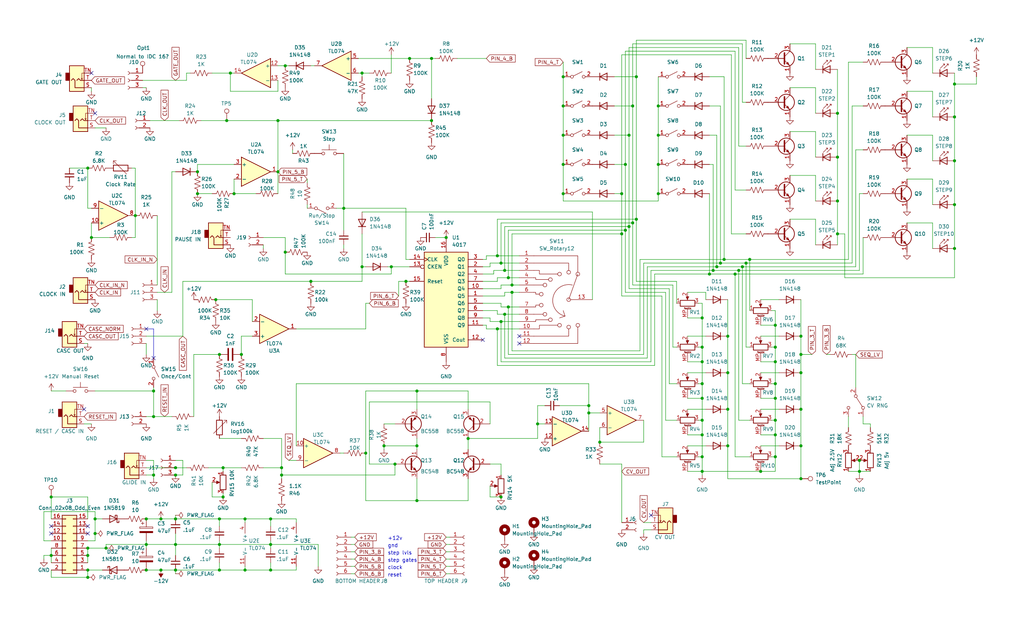
<source format=kicad_sch>
(kicad_sch (version 20230121) (generator eeschema)

  (uuid 0183ccee-e064-4ef2-a2e7-6b862e9a0382)

  (paper "USLegal")

  (title_block
    (comment 1 "Q1 to Q10: 2N3904")
  )

  

  (junction (at 93.98 189.23) (diameter 0) (color 0 0 0 0)
    (uuid 011c419d-5ff7-4363-9075-2856a4ede88f)
  )
  (junction (at 331.47 29.21) (diameter 0) (color 0 0 0 0)
    (uuid 015055e6-efde-4c4f-9c46-23f9a2170636)
  )
  (junction (at 220.98 76.2) (diameter 0) (color 0 0 0 0)
    (uuid 0498acf2-4a42-41b9-8a83-9cb827618b58)
  )
  (junction (at 243.84 158.75) (diameter 0) (color 0 0 0 0)
    (uuid 05073c47-fcd0-4703-b249-b58b15dcd343)
  )
  (junction (at 55.88 198.12) (diameter 0) (color 0 0 0 0)
    (uuid 070dea96-734a-4fe8-a645-17436b18cde3)
  )
  (junction (at 99.06 87.63) (diameter 0) (color 0 0 0 0)
    (uuid 07328b0a-13ee-459e-8ece-dc537270215e)
  )
  (junction (at 99.06 22.86) (diameter 0) (color 0 0 0 0)
    (uuid 075b0e96-b77f-4e74-bbbb-37b925a86cc5)
  )
  (junction (at 215.9 81.28) (diameter 0) (color 0 0 0 0)
    (uuid 09d976e8-010f-4185-9bdf-d4100d2563b0)
  )
  (junction (at 186.69 147.32) (diameter 0) (color 0 0 0 0)
    (uuid 09dc6ad5-96b3-4257-9951-9520aa58b64e)
  )
  (junction (at 257.81 92.71) (diameter 0) (color 0 0 0 0)
    (uuid 0a417d28-b685-4616-8540-d93b7cb28c4f)
  )
  (junction (at 33.02 180.34) (diameter 0) (color 0 0 0 0)
    (uuid 0a591257-640d-4ffa-adc7-e889a7ee0fde)
  )
  (junction (at 144.78 173.99) (diameter 0) (color 0 0 0 0)
    (uuid 0c59661d-84fa-4d3a-913f-cb6b391e028b)
  )
  (junction (at 96.52 59.69) (diameter 0) (color 0 0 0 0)
    (uuid 0d11bdee-7ff2-4cb0-b2ff-c9ea355843f1)
  )
  (junction (at 215.9 67.31) (diameter 0) (color 0 0 0 0)
    (uuid 0e892fb9-6784-4f36-b722-0f39176507ea)
  )
  (junction (at 97.79 162.56) (diameter 0) (color 0 0 0 0)
    (uuid 0fa26cf6-f5e1-4549-94db-de87d2901a33)
  )
  (junction (at 195.58 57.15) (diameter 0) (color 0 0 0 0)
    (uuid 1005738a-a047-4fc9-8ad0-6948cc031bdb)
  )
  (junction (at 137.16 161.29) (diameter 0) (color 0 0 0 0)
    (uuid 114f4115-0de8-43e7-a920-c3df365eb20e)
  )
  (junction (at 60.96 165.1) (diameter 0) (color 0 0 0 0)
    (uuid 13211f70-52a9-4e95-9b76-3c799300d1ba)
  )
  (junction (at 31.75 82.55) (diameter 0) (color 0 0 0 0)
    (uuid 14d46af3-c6d9-4f7e-b6fd-9a6b2ce626a9)
  )
  (junction (at 228.6 67.31) (diameter 0) (color 0 0 0 0)
    (uuid 1a2349e1-c614-4e54-9a0c-d33c56eda138)
  )
  (junction (at 269.24 138.43) (diameter 0) (color 0 0 0 0)
    (uuid 1ae7b0fa-0961-4fa9-b7a3-9899c89833f7)
  )
  (junction (at 53.34 144.78) (diameter 0) (color 0 0 0 0)
    (uuid 1af74c4a-3bf5-481f-903d-93cab53c2751)
  )
  (junction (at 68.58 67.31) (diameter 0) (color 0 0 0 0)
    (uuid 1cbe768f-d83e-48ea-9fc1-0ccbc01d54e1)
  )
  (junction (at 278.13 142.24) (diameter 0) (color 0 0 0 0)
    (uuid 1f16cde0-4b57-41af-b788-635dc2b5639e)
  )
  (junction (at 243.84 163.83) (diameter 0) (color 0 0 0 0)
    (uuid 20518cc6-f725-4d5e-9baf-324b533dcf19)
  )
  (junction (at 248.92 92.71) (diameter 0) (color 0 0 0 0)
    (uuid 22e49040-8e3d-42cb-ace8-4c4c8065d68d)
  )
  (junction (at 133.35 154.94) (diameter 0) (color 0 0 0 0)
    (uuid 2367f8f9-1876-4449-90c9-edb668827099)
  )
  (junction (at 269.24 146.05) (diameter 0) (color 0 0 0 0)
    (uuid 27b98583-ea3b-43ee-a47e-c4036dcc0071)
  )
  (junction (at 290.83 39.37) (diameter 0) (color 0 0 0 0)
    (uuid 31130b81-9c05-48b1-944c-ae88c1bdc9ee)
  )
  (junction (at 60.96 198.12) (diameter 0) (color 0 0 0 0)
    (uuid 34913eb3-6602-4ff0-af27-7abea154e8fe)
  )
  (junction (at 278.13 166.37) (diameter 0) (color 0 0 0 0)
    (uuid 349bc12f-e94f-4f55-911d-565566a403c5)
  )
  (junction (at 50.8 189.23) (diameter 0) (color 0 0 0 0)
    (uuid 35d8efe1-1c04-4f27-ae57-90e4de5a951e)
  )
  (junction (at 264.16 163.83) (diameter 0) (color 0 0 0 0)
    (uuid 36870a77-2079-4eaf-9c37-89b750ef9218)
  )
  (junction (at 125.73 25.4) (diameter 0) (color 0 0 0 0)
    (uuid 38f6937f-546f-433a-8623-80cc044ca6c1)
  )
  (junction (at 269.24 125.73) (diameter 0) (color 0 0 0 0)
    (uuid 3ae19dab-d8af-48d0-b430-a62911e3184a)
  )
  (junction (at 53.34 135.89) (diameter 0) (color 0 0 0 0)
    (uuid 3c3d0576-a51f-4b49-95af-83f1039dea1a)
  )
  (junction (at 76.2 198.12) (diameter 0) (color 0 0 0 0)
    (uuid 3dcacbfb-08e0-4510-8094-b15a3607711d)
  )
  (junction (at 331.47 55.88) (diameter 0) (color 0 0 0 0)
    (uuid 3efeea15-2555-409e-af77-545dcbe14fc3)
  )
  (junction (at 331.47 40.64) (diameter 0) (color 0 0 0 0)
    (uuid 42def11b-5506-426d-89af-6663d275c9b9)
  )
  (junction (at 76.2 189.23) (diameter 0) (color 0 0 0 0)
    (uuid 43006a6e-3e71-467b-8ff5-5e161aa64490)
  )
  (junction (at 252.73 142.24) (diameter 0) (color 0 0 0 0)
    (uuid 43486642-a052-4f5a-9f32-2a67b59c5169)
  )
  (junction (at 17.78 172.72) (diameter 0) (color 0 0 0 0)
    (uuid 453ef305-8e7c-435f-9621-3d0c812bcc89)
  )
  (junction (at 97.79 165.1) (diameter 0) (color 0 0 0 0)
    (uuid 45b010ce-c4f6-458b-a67c-2b71a975c612)
  )
  (junction (at 218.44 46.99) (diameter 0) (color 0 0 0 0)
    (uuid 478e64c5-1054-428f-be6c-eb3bb90547f2)
  )
  (junction (at 176.53 106.68) (diameter 0) (color 0 0 0 0)
    (uuid 4a52cef7-51fb-4872-9b1d-d243f7d9fced)
  )
  (junction (at 175.26 109.22) (diameter 0) (color 0 0 0 0)
    (uuid 4c421e5c-91b5-4d6a-a64b-8fa06442d4fc)
  )
  (junction (at 228.6 46.99) (diameter 0) (color 0 0 0 0)
    (uuid 4d380500-1a1b-4593-83c0-bb847f5d9030)
  )
  (junction (at 290.83 69.85) (diameter 0) (color 0 0 0 0)
    (uuid 4d8cc647-2c0b-4167-8dec-d35a59f3a146)
  )
  (junction (at 149.86 41.91) (diameter 0) (color 0 0 0 0)
    (uuid 50aea820-6df7-4352-a6e8-43ac4e358895)
  )
  (junction (at 219.71 36.83) (diameter 0) (color 0 0 0 0)
    (uuid 535dec9e-082b-46b3-be6d-f39446f80371)
  )
  (junction (at 149.86 20.32) (diameter 0) (color 0 0 0 0)
    (uuid 55976355-6669-4f8f-b76c-d74fcf111d2e)
  )
  (junction (at 119.38 72.39) (diameter 0) (color 0 0 0 0)
    (uuid 55ccc208-3afe-4f0f-acd7-4d280564ee9e)
  )
  (junction (at 243.84 133.35) (diameter 0) (color 0 0 0 0)
    (uuid 58acb13d-c688-405c-ba87-f0c93138f77e)
  )
  (junction (at 30.48 198.12) (diameter 0) (color 0 0 0 0)
    (uuid 59d80ebf-c408-46df-99f6-8225dd2d451e)
  )
  (junction (at 96.52 41.91) (diameter 0) (color 0 0 0 0)
    (uuid 5cc55340-5bc5-419d-a217-020861c33d2a)
  )
  (junction (at 204.47 143.51) (diameter 0) (color 0 0 0 0)
    (uuid 5e3f7cea-422f-47f0-bbad-3b3588618450)
  )
  (junction (at 17.78 193.04) (diameter 0) (color 0 0 0 0)
    (uuid 5e43a13b-7929-4de6-aa7b-c3e0fe9c554a)
  )
  (junction (at 77.47 172.72) (diameter 0) (color 0 0 0 0)
    (uuid 5f2bc23f-3bad-434f-9925-74977bb5961b)
  )
  (junction (at 195.58 67.31) (diameter 0) (color 0 0 0 0)
    (uuid 62b2006d-72f2-43af-8dd8-d22d4538bec8)
  )
  (junction (at 219.71 77.47) (diameter 0) (color 0 0 0 0)
    (uuid 650c9c1e-dd03-4cc5-85cd-e8c16e051c0d)
  )
  (junction (at 173.99 111.76) (diameter 0) (color 0 0 0 0)
    (uuid 65781ae4-12cd-4edb-afdd-f057d2bbdd6d)
  )
  (junction (at 290.83 81.28) (diameter 0) (color 0 0 0 0)
    (uuid 6937e5a9-aeda-4677-95e0-d6843faf6a2f)
  )
  (junction (at 177.8 99.06) (diameter 0) (color 0 0 0 0)
    (uuid 6f1b7e21-af3c-49e4-98c5-bd7afee3aa10)
  )
  (junction (at 77.47 162.56) (diameter 0) (color 0 0 0 0)
    (uuid 71300f2a-f12b-4bc8-978e-09b48ecc60b1)
  )
  (junction (at 81.28 67.31) (diameter 0) (color 0 0 0 0)
    (uuid 71f2ba65-3980-44ae-aa6c-34e37e6e5dd3)
  )
  (junction (at 269.24 113.03) (diameter 0) (color 0 0 0 0)
    (uuid 767b877d-b030-4ea2-8f6b-a4eb58b2cabd)
  )
  (junction (at 252.73 129.54) (diameter 0) (color 0 0 0 0)
    (uuid 7683bb13-bd13-4b8f-b12b-18d4b994597f)
  )
  (junction (at 331.47 71.12) (diameter 0) (color 0 0 0 0)
    (uuid 768ba6d3-c917-431d-861b-17958550ac6e)
  )
  (junction (at 78.74 41.91) (diameter 0) (color 0 0 0 0)
    (uuid 78e10528-90c0-45b4-b4a7-6a4d1dbbcad7)
  )
  (junction (at 30.48 193.04) (diameter 0) (color 0 0 0 0)
    (uuid 796cdd9b-9f6f-4fba-a060-e83d39453b75)
  )
  (junction (at 298.45 163.83) (diameter 0) (color 0 0 0 0)
    (uuid 7a23dbcb-dae6-422b-9cd0-f2f3ce3b5e93)
  )
  (junction (at 278.13 123.19) (diameter 0) (color 0 0 0 0)
    (uuid 7acfb6e1-ec1e-4c73-b1ba-c3d051956343)
  )
  (junction (at 144.78 154.94) (diameter 0) (color 0 0 0 0)
    (uuid 804bbfdc-90eb-4088-82a2-50c0b5552fe8)
  )
  (junction (at 142.24 20.32) (diameter 0) (color 0 0 0 0)
    (uuid 81b707c6-4d1b-4c44-b952-073cc7619071)
  )
  (junction (at 140.97 97.79) (diameter 0) (color 0 0 0 0)
    (uuid 83d3da38-7d97-4ef6-906a-3b9f116dce77)
  )
  (junction (at 172.72 114.3) (diameter 0) (color 0 0 0 0)
    (uuid 847ef4d2-a26f-4334-a34e-13bf1aefa8b2)
  )
  (junction (at 269.24 120.65) (diameter 0) (color 0 0 0 0)
    (uuid 85ce6f8b-55c0-4125-98ec-c92d18f3b2cb)
  )
  (junction (at 208.28 153.67) (diameter 0) (color 0 0 0 0)
    (uuid 87f1a251-d58c-4ffb-8d98-f9eeaf3ff44c)
  )
  (junction (at 172.72 88.9) (diameter 0) (color 0 0 0 0)
    (uuid 8d1e2f59-09df-446a-8639-75d0c8288f3e)
  )
  (junction (at 50.8 198.12) (diameter 0) (color 0 0 0 0)
    (uuid 8d898de1-58e4-4ad6-88e0-c7766d796ae3)
  )
  (junction (at 278.13 154.94) (diameter 0) (color 0 0 0 0)
    (uuid 8ef872ae-231a-46e1-83d2-df835c2295e7)
  )
  (junction (at 195.58 26.67) (diameter 0) (color 0 0 0 0)
    (uuid 8f604f0d-51fa-4bd5-9228-1c6aa2221bab)
  )
  (junction (at 83.82 123.19) (diameter 0) (color 0 0 0 0)
    (uuid 8fb6715c-6505-4fef-9b98-24204da0643f)
  )
  (junction (at 246.38 95.25) (diameter 0) (color 0 0 0 0)
    (uuid 9111096c-9f99-4805-88e0-1ecb8b44ed9a)
  )
  (junction (at 247.65 93.98) (diameter 0) (color 0 0 0 0)
    (uuid 944cc285-6a62-40b6-820c-0bf3e6478689)
  )
  (junction (at 195.58 36.83) (diameter 0) (color 0 0 0 0)
    (uuid 95441015-4f24-4c38-849e-33064da69901)
  )
  (junction (at 217.17 80.01) (diameter 0) (color 0 0 0 0)
    (uuid 9565087c-cf3a-4845-af35-06f33ae21a17)
  )
  (junction (at 217.17 57.15) (diameter 0) (color 0 0 0 0)
    (uuid 9582a71e-cabb-4a8d-9541-18a03a4e4669)
  )
  (junction (at 135.89 92.71) (diameter 0) (color 0 0 0 0)
    (uuid 97e81843-8bc0-4eaa-82d5-51a597d3399d)
  )
  (junction (at 30.48 190.5) (diameter 0) (color 0 0 0 0)
    (uuid 99faebab-e1d0-47b6-8d10-147e19486063)
  )
  (junction (at 68.58 59.69) (diameter 0) (color 0 0 0 0)
    (uuid 9b8f24ea-e58d-440d-93f3-c07dea705b1a)
  )
  (junction (at 243.84 110.49) (diameter 0) (color 0 0 0 0)
    (uuid 9c607e57-8baf-4bfe-b6e8-f6695e679d02)
  )
  (junction (at 204.47 140.97) (diameter 0) (color 0 0 0 0)
    (uuid 9d0e189b-a46f-4d35-a6bd-f0b38367151a)
  )
  (junction (at 125.73 92.71) (diameter 0) (color 0 0 0 0)
    (uuid 9d47f8ad-d93a-4774-b60d-bcdb7267038b)
  )
  (junction (at 50.8 180.34) (diameter 0) (color 0 0 0 0)
    (uuid 9da8acd3-6492-4971-97af-b423114b3ac8)
  )
  (junction (at 30.48 58.42) (diameter 0) (color 0 0 0 0)
    (uuid 9e8b19ae-b85c-4ec5-b1ca-1bb1456dc798)
  )
  (junction (at 80.01 25.4) (diameter 0) (color 0 0 0 0)
    (uuid a331e07c-e7a1-4551-84e8-96406472563e)
  )
  (junction (at 154.94 82.55) (diameter 0) (color 0 0 0 0)
    (uuid a3f18d3e-6080-4bc0-a898-7828693b0f40)
  )
  (junction (at 30.48 200.66) (diameter 0) (color 0 0 0 0)
    (uuid a613b223-b3b0-4c42-a2c9-196e6a634e4f)
  )
  (junction (at 269.24 151.13) (diameter 0) (color 0 0 0 0)
    (uuid a719f73e-4927-449b-9891-4c97841033f4)
  )
  (junction (at 33.02 185.42) (diameter 0) (color 0 0 0 0)
    (uuid a8c4fba6-7c52-430b-a634-90570e6021b2)
  )
  (junction (at 162.56 152.4) (diameter 0) (color 0 0 0 0)
    (uuid ac63d6df-2d67-424f-aa90-a97139cace46)
  )
  (junction (at 85.09 198.12) (diameter 0) (color 0 0 0 0)
    (uuid ae921906-958f-4de1-bf49-f8c1f5c5669f)
  )
  (junction (at 278.13 116.84) (diameter 0) (color 0 0 0 0)
    (uuid b35f0117-4ffc-4845-b6b1-4d3147eed72c)
  )
  (junction (at 243.84 138.43) (diameter 0) (color 0 0 0 0)
    (uuid b485af36-029a-4217-8fbf-705d3c1c1dca)
  )
  (junction (at 255.27 95.25) (diameter 0) (color 0 0 0 0)
    (uuid b727ddeb-e0f5-4ea5-93cc-095f4ba30d99)
  )
  (junction (at 220.98 26.67) (diameter 0) (color 0 0 0 0)
    (uuid b7787053-b507-4014-9616-9b7e32bb3fb4)
  )
  (junction (at 243.84 151.13) (diameter 0) (color 0 0 0 0)
    (uuid b8771b17-a68e-4879-a748-6b58e261bc04)
  )
  (junction (at 195.58 46.99) (diameter 0) (color 0 0 0 0)
    (uuid bd82b9fa-a008-41f6-92cf-85b7b1e8c93d)
  )
  (junction (at 173.99 91.44) (diameter 0) (color 0 0 0 0)
    (uuid c3165b36-2268-4803-91af-6b3caf83b2c5)
  )
  (junction (at 53.34 165.1) (diameter 0) (color 0 0 0 0)
    (uuid c420dbf7-2760-4dab-99a7-94871c4cbccc)
  )
  (junction (at 228.6 57.15) (diameter 0) (color 0 0 0 0)
    (uuid c78aa1eb-9252-4494-957d-f94af88e7704)
  )
  (junction (at 252.73 154.94) (diameter 0) (color 0 0 0 0)
    (uuid c7949983-f3dc-40fa-826a-06f40ff209d1)
  )
  (junction (at 269.24 133.35) (diameter 0) (color 0 0 0 0)
    (uuid d31fbc09-8155-4c78-80c7-19fb3d6e0db2)
  )
  (junction (at 55.88 180.34) (diameter 0) (color 0 0 0 0)
    (uuid d686accf-e0b1-432e-8335-2b2b106f4f06)
  )
  (junction (at 250.19 91.44) (diameter 0) (color 0 0 0 0)
    (uuid d6ed081a-9498-46b4-bec6-46c62fd2bda8)
  )
  (junction (at 60.96 180.34) (diameter 0) (color 0 0 0 0)
    (uuid d74b0c90-c805-4076-b9b5-8bd82c5fb948)
  )
  (junction (at 260.35 90.17) (diameter 0) (color 0 0 0 0)
    (uuid d837efc5-eda4-4ce5-a2e2-e91389040a5f)
  )
  (junction (at 298.45 160.02) (diameter 0) (color 0 0 0 0)
    (uuid d8406845-f76e-4ecd-9261-5ea53c984a40)
  )
  (junction (at 74.93 104.14) (diameter 0) (color 0 0 0 0)
    (uuid db1805a6-f52b-4206-bc0c-20f880d385e0)
  )
  (junction (at 269.24 158.75) (diameter 0) (color 0 0 0 0)
    (uuid db203f07-ab4d-494d-bd81-fb9cdba5141c)
  )
  (junction (at 85.09 180.34) (diameter 0) (color 0 0 0 0)
    (uuid dbc71a58-d67f-4b85-b551-ab8f67a7651f)
  )
  (junction (at 93.98 198.12) (diameter 0) (color 0 0 0 0)
    (uuid dc0b2b96-4d5f-4fdc-9487-fc344d8894f6)
  )
  (junction (at 177.8 101.6) (diameter 0) (color 0 0 0 0)
    (uuid dc2eb1dc-1766-46e0-840b-77ec38027cdb)
  )
  (junction (at 76.2 180.34) (diameter 0) (color 0 0 0 0)
    (uuid dfa49811-dab2-4b84-83bd-7a18b81556a9)
  )
  (junction (at 46.99 74.93) (diameter 0) (color 0 0 0 0)
    (uuid e6647efc-c800-4a38-8dc9-53bcbaf0134c)
  )
  (junction (at 256.54 93.98) (diameter 0) (color 0 0 0 0)
    (uuid e69b8516-11e7-4e53-8831-f21995f730f9)
  )
  (junction (at 243.84 146.05) (diameter 0) (color 0 0 0 0)
    (uuid e6a097f1-33bd-4a96-ad0c-cecec42277ee)
  )
  (junction (at 176.53 96.52) (diameter 0) (color 0 0 0 0)
    (uuid e6beb79f-38c1-4d4a-999f-e1438ac7a26f)
  )
  (junction (at 175.26 93.98) (diameter 0) (color 0 0 0 0)
    (uuid e97e5170-2deb-493e-8e2b-576288576b0c)
  )
  (junction (at 243.84 120.65) (diameter 0) (color 0 0 0 0)
    (uuid eb0e99ea-e310-4fa5-bb8e-26935703a7c9)
  )
  (junction (at 228.6 36.83) (diameter 0) (color 0 0 0 0)
    (uuid ebce4ade-a0ca-4562-91a2-768c0bba2afe)
  )
  (junction (at 331.47 86.36) (diameter 0) (color 0 0 0 0)
    (uuid ec39c78a-5b4c-48b4-8cff-3903a6ca84a5)
  )
  (junction (at 173.99 172.72) (diameter 0) (color 0 0 0 0)
    (uuid ec41788d-da39-4da3-8917-0d97c91007ad)
  )
  (junction (at 218.44 78.74) (diameter 0) (color 0 0 0 0)
    (uuid eeb0b500-9121-4393-9984-5ab628b43028)
  )
  (junction (at 36.83 190.5) (diameter 0) (color 0 0 0 0)
    (uuid ef26fb0f-d84c-4202-ae45-db86837fc306)
  )
  (junction (at 107.95 97.79) (diameter 0) (color 0 0 0 0)
    (uuid f00bb7e5-b3c8-4704-a99c-9b8412be8d2e)
  )
  (junction (at 251.46 90.17) (diameter 0) (color 0 0 0 0)
    (uuid f1159bce-7ed4-480b-b27d-26a8b28fc5e7)
  )
  (junction (at 60.96 189.23) (diameter 0) (color 0 0 0 0)
    (uuid f231537b-b45f-44b0-81f6-2ddc919320e4)
  )
  (junction (at 278.13 129.54) (diameter 0) (color 0 0 0 0)
    (uuid f40ab3cd-d74f-4ed5-9a0f-10ed44cbe68c)
  )
  (junction (at 127 157.48) (diameter 0) (color 0 0 0 0)
    (uuid f40c5ae5-10ab-41e9-8566-5b2b0eac56a7)
  )
  (junction (at 93.98 180.34) (diameter 0) (color 0 0 0 0)
    (uuid f413e20b-046e-4341-a5e4-878a914081d8)
  )
  (junction (at 243.84 125.73) (diameter 0) (color 0 0 0 0)
    (uuid f76c79a1-a2b8-4183-8520-495d8023bb81)
  )
  (junction (at 76.2 123.19) (diameter 0) (color 0 0 0 0)
    (uuid f7937d44-1234-4d17-9c3b-d03b7870d627)
  )
  (junction (at 252.73 116.84) (diameter 0) (color 0 0 0 0)
    (uuid f7bd8324-ce99-43ed-9828-097d6b2d30b7)
  )
  (junction (at 290.83 54.61) (diameter 0) (color 0 0 0 0)
    (uuid fbe51f3b-939f-4e45-9202-99cf4fc92e06)
  )
  (junction (at 259.08 91.44) (diameter 0) (color 0 0 0 0)
    (uuid fc5021b0-f783-415c-88fd-5e5c25fa0603)
  )
  (junction (at 60.96 162.56) (diameter 0) (color 0 0 0 0)
    (uuid fefab8c7-d222-45c3-9161-243f33f68b5f)
  )
  (junction (at 144.78 135.89) (diameter 0) (color 0 0 0 0)
    (uuid fefe12cf-acec-42a5-9479-c0429f3346f8)
  )

  (no_connect (at 53.34 124.46) (uuid 09c38722-4d8b-47b6-9b35-c471cd03731b))
  (no_connect (at 30.48 182.88) (uuid 10fba089-32d2-49d1-8ec4-1301549d0e67))
  (no_connect (at 180.34 116.84) (uuid 1dd65b67-37d9-4baa-8be4-c7291463e8f7))
  (no_connect (at 33.02 39.37) (uuid 2feef5e9-6b8d-4694-beb1-00bb1b0a4228))
  (no_connect (at 50.8 114.3) (uuid 34a6103c-4cb8-421f-a61b-cc641662e367))
  (no_connect (at 31.75 25.4) (uuid 446da471-8981-49d3-99b0-da92f5516dea))
  (no_connect (at 17.78 185.42) (uuid 6a4d4e74-5543-4248-aac4-b4072657106c))
  (no_connect (at 17.78 182.88) (uuid 831c14d6-9919-4467-965c-ae3ce5360d88))
  (no_connect (at 30.48 185.42) (uuid 94a85a2f-c021-4203-8ccc-af01071b988c))
  (no_connect (at 226.06 179.07) (uuid 9cbae67f-2838-44ec-82b9-01b4e6c02a7c))
  (no_connect (at 29.21 142.24) (uuid dcf78844-6e34-4c76-8942-da9844c91b03))
  (no_connect (at 180.34 119.38) (uuid ef7bb7ed-7285-4098-b34b-6145d18519b0))
  (no_connect (at 167.64 118.11) (uuid f676239d-d10b-49dc-b8af-d9af617e51bc))

  (wire (pts (xy 102.87 180.34) (xy 102.87 181.61))
    (stroke (width 0) (type default))
    (uuid 0074c357-3ded-4010-9e9e-5ab05367bde2)
  )
  (wire (pts (xy 299.72 147.32) (xy 299.72 144.78))
    (stroke (width 0) (type default))
    (uuid 00813752-da5b-4695-a3cd-4b9603ae089c)
  )
  (wire (pts (xy 323.85 16.51) (xy 323.85 25.4))
    (stroke (width 0) (type default))
    (uuid 00c16e64-cf00-4334-acbc-55381a0d48ab)
  )
  (wire (pts (xy 217.17 80.01) (xy 217.17 101.6))
    (stroke (width 0) (type default))
    (uuid 01768d08-037c-44b9-bbd7-ad6616eee0eb)
  )
  (wire (pts (xy 30.48 172.72) (xy 17.78 172.72))
    (stroke (width 0) (type default))
    (uuid 030e737b-7dd4-48cd-83e8-cf50a87ec4fe)
  )
  (wire (pts (xy 177.8 81.28) (xy 215.9 81.28))
    (stroke (width 0) (type default))
    (uuid 03eb185b-91c9-48bb-be55-932253ac2aa4)
  )
  (wire (pts (xy 177.8 81.28) (xy 177.8 99.06))
    (stroke (width 0) (type default))
    (uuid 040c08b7-8619-4363-b0c0-a3c89b9fe9fa)
  )
  (wire (pts (xy 173.99 99.06) (xy 177.8 99.06))
    (stroke (width 0) (type default))
    (uuid 045388af-7ac1-402f-8d73-1cfa13cfe524)
  )
  (wire (pts (xy 283.21 60.96) (xy 283.21 69.85))
    (stroke (width 0) (type default))
    (uuid 04d5d949-d504-41df-a482-2f952cf84e9a)
  )
  (wire (pts (xy 162.56 152.4) (xy 162.56 156.21))
    (stroke (width 0) (type default))
    (uuid 05036a34-3c4b-4199-832d-56cdf367979a)
  )
  (wire (pts (xy 208.28 148.59) (xy 208.28 153.67))
    (stroke (width 0) (type default))
    (uuid 055c5ca5-4451-47d3-bb56-e34c32681e18)
  )
  (wire (pts (xy 213.36 36.83) (xy 219.71 36.83))
    (stroke (width 0) (type default))
    (uuid 05fb5efb-370e-404c-a59c-940a8449859e)
  )
  (wire (pts (xy 323.85 77.47) (xy 323.85 86.36))
    (stroke (width 0) (type default))
    (uuid 063e9571-37e4-4ce1-82ca-e468fac0a01e)
  )
  (wire (pts (xy 331.47 96.52) (xy 293.37 96.52))
    (stroke (width 0) (type default))
    (uuid 06d1e7d8-a1e6-4ca1-ac92-30378d5e8ad9)
  )
  (wire (pts (xy 264.16 142.24) (xy 270.51 142.24))
    (stroke (width 0) (type default))
    (uuid 06f0abdf-8e14-4d93-a747-a90bbceed4e0)
  )
  (wire (pts (xy 125.73 25.4) (xy 128.27 25.4))
    (stroke (width 0) (type default))
    (uuid 07662333-109f-4e1d-aa49-1b813e80c3ea)
  )
  (wire (pts (xy 186.69 140.97) (xy 186.69 147.32))
    (stroke (width 0) (type default))
    (uuid 08183fa5-9e38-459f-94d1-6534d3217479)
  )
  (wire (pts (xy 97.79 162.56) (xy 97.79 165.1))
    (stroke (width 0) (type default))
    (uuid 08c12573-1d00-4152-bf96-0330a5186aa7)
  )
  (wire (pts (xy 175.26 93.98) (xy 180.34 93.98))
    (stroke (width 0) (type default))
    (uuid 08fc2023-0ce2-4ad4-b9c4-e4a56942bc69)
  )
  (wire (pts (xy 238.76 101.6) (xy 245.11 101.6))
    (stroke (width 0) (type default))
    (uuid 098a8db1-4e79-4cc7-b7d3-c7f052fd7d67)
  )
  (wire (pts (xy 64.77 25.4) (xy 64.77 27.94))
    (stroke (width 0) (type default))
    (uuid 098ef421-6dfa-46c3-a51f-badc3b509476)
  )
  (wire (pts (xy 269.24 125.73) (xy 269.24 133.35))
    (stroke (width 0) (type default))
    (uuid 0aae015e-ada4-4d8d-830e-581ff6054554)
  )
  (wire (pts (xy 227.33 95.25) (xy 227.33 127))
    (stroke (width 0) (type default))
    (uuid 0b07f73d-2d6d-40ad-8fbc-b56d2762406b)
  )
  (wire (pts (xy 156.21 194.31) (xy 154.94 194.31))
    (stroke (width 0) (type default))
    (uuid 0c05ca19-b3c9-471c-80da-c99c08197811)
  )
  (wire (pts (xy 53.34 134.62) (xy 53.34 135.89))
    (stroke (width 0) (type default))
    (uuid 0c0dc030-d366-44cd-ad75-2281e562d347)
  )
  (wire (pts (xy 91.44 82.55) (xy 99.06 82.55))
    (stroke (width 0) (type default))
    (uuid 0c211289-d8be-4f1b-8306-880c35b19dbd)
  )
  (wire (pts (xy 50.8 180.34) (xy 55.88 180.34))
    (stroke (width 0) (type default))
    (uuid 0c536f4b-aac4-412d-b145-1b39bcabf054)
  )
  (wire (pts (xy 119.38 72.39) (xy 119.38 80.01))
    (stroke (width 0) (type default))
    (uuid 0cccf34f-582d-4230-baae-29cbcc1b0293)
  )
  (wire (pts (xy 233.68 120.65) (xy 234.95 120.65))
    (stroke (width 0) (type default))
    (uuid 0d2cbd8f-e182-485f-b0aa-0bcb88313e0d)
  )
  (wire (pts (xy 172.72 76.2) (xy 220.98 76.2))
    (stroke (width 0) (type default))
    (uuid 0db3a00a-a1d5-4cd6-b0cb-4ae307b391fc)
  )
  (wire (pts (xy 50.8 116.84) (xy 63.5 116.84))
    (stroke (width 0) (type default))
    (uuid 0ede00d9-4423-44a5-9f8c-dd2203ff7edf)
  )
  (wire (pts (xy 215.9 67.31) (xy 215.9 81.28))
    (stroke (width 0) (type default))
    (uuid 0f1734ee-cd02-4d41-9fbf-6617974ac5d4)
  )
  (wire (pts (xy 267.97 158.75) (xy 269.24 158.75))
    (stroke (width 0) (type default))
    (uuid 0f5f0a99-a8e0-4a22-b15e-cb5611f26383)
  )
  (wire (pts (xy 30.48 198.12) (xy 35.56 198.12))
    (stroke (width 0) (type default))
    (uuid 0f8dd740-fdcc-4317-89c4-b9db47e391af)
  )
  (wire (pts (xy 297.18 123.19) (xy 297.18 134.62))
    (stroke (width 0) (type default))
    (uuid 106d3330-79e1-485c-b84b-fb3a48f7c730)
  )
  (wire (pts (xy 228.6 36.83) (xy 228.6 46.99))
    (stroke (width 0) (type default))
    (uuid 10f6aee3-5b64-49d4-88c9-014b38ee8ca9)
  )
  (wire (pts (xy 93.98 189.23) (xy 110.49 189.23))
    (stroke (width 0) (type default))
    (uuid 12411b7f-c35d-4e9e-935a-4f399f73002c)
  )
  (wire (pts (xy 177.8 101.6) (xy 180.34 101.6))
    (stroke (width 0) (type default))
    (uuid 1297ee5e-d2cd-4e04-a398-7d8af3200b89)
  )
  (wire (pts (xy 125.73 25.4) (xy 125.73 26.67))
    (stroke (width 0) (type default))
    (uuid 12d45c8a-a164-498c-b47b-30a8d7ba0cf9)
  )
  (wire (pts (xy 167.64 100.33) (xy 173.99 100.33))
    (stroke (width 0) (type default))
    (uuid 13046eb0-59a1-4cbe-9e1c-0df6525dae05)
  )
  (wire (pts (xy 252.73 104.14) (xy 252.73 116.84))
    (stroke (width 0) (type default))
    (uuid 1361fa46-9c97-4e5b-9ce3-a8e351407360)
  )
  (wire (pts (xy 269.24 120.65) (xy 269.24 125.73))
    (stroke (width 0) (type default))
    (uuid 13b1e1a2-44b4-4ab8-90e9-84ccaebb4026)
  )
  (wire (pts (xy 168.91 90.17) (xy 167.64 90.17))
    (stroke (width 0) (type default))
    (uuid 13f1b5d6-74da-4b80-89a0-87006257fd05)
  )
  (wire (pts (xy 173.99 77.47) (xy 173.99 91.44))
    (stroke (width 0) (type default))
    (uuid 1428f379-0a0c-4b46-9c0a-312af3a66d03)
  )
  (wire (pts (xy 290.83 39.37) (xy 290.83 54.61))
    (stroke (width 0) (type default))
    (uuid 14594e85-7026-44fb-9209-57e9f54c91a0)
  )
  (wire (pts (xy 208.28 153.67) (xy 223.52 153.67))
    (stroke (width 0) (type default))
    (uuid 14c7dd2f-4c1a-4864-b82c-2e3f70884269)
  )
  (wire (pts (xy 80.01 25.4) (xy 80.01 31.75))
    (stroke (width 0) (type default))
    (uuid 15a371e5-bc1a-4597-8348-4a59dca82472)
  )
  (wire (pts (xy 259.08 81.28) (xy 254 81.28))
    (stroke (width 0) (type default))
    (uuid 15ec230e-505a-4acc-82a6-0e51e2ff84c6)
  )
  (wire (pts (xy 248.92 46.99) (xy 248.92 92.71))
    (stroke (width 0) (type default))
    (uuid 1698c7d9-b8e5-4704-a0d2-1b986cb59d73)
  )
  (wire (pts (xy 213.36 26.67) (xy 220.98 26.67))
    (stroke (width 0) (type default))
    (uuid 16f3a0f3-d1f1-4fb2-a80d-15f72a38032a)
  )
  (wire (pts (xy 283.21 76.2) (xy 283.21 85.09))
    (stroke (width 0) (type default))
    (uuid 17a13294-042c-43c9-8ded-148b1e9d71f7)
  )
  (wire (pts (xy 73.66 25.4) (xy 80.01 25.4))
    (stroke (width 0) (type default))
    (uuid 1841956a-1591-49dd-9020-444fd924a1f3)
  )
  (wire (pts (xy 60.96 189.23) (xy 76.2 189.23))
    (stroke (width 0) (type default))
    (uuid 18a9b380-41a9-4d7b-8e51-14f4e71ddee8)
  )
  (wire (pts (xy 269.24 151.13) (xy 269.24 158.75))
    (stroke (width 0) (type default))
    (uuid 196c782f-b66d-41f4-86f0-1babb6b2abf7)
  )
  (wire (pts (xy 252.73 129.54) (xy 252.73 142.24))
    (stroke (width 0) (type default))
    (uuid 1a800bfd-a0ca-4bb2-9a47-5fcf6236fee7)
  )
  (wire (pts (xy 24.13 58.42) (xy 30.48 58.42))
    (stroke (width 0) (type default))
    (uuid 1b61b2be-e523-4af5-b41e-835c62fcc0ec)
  )
  (wire (pts (xy 213.36 57.15) (xy 217.17 57.15))
    (stroke (width 0) (type default))
    (uuid 1bec21ce-c1b0-43f2-84f4-0225643a7804)
  )
  (wire (pts (xy 172.72 114.3) (xy 180.34 114.3))
    (stroke (width 0) (type default))
    (uuid 1c4a0c24-e7eb-4db8-9ac6-2f85abb75c6a)
  )
  (wire (pts (xy 242.57 146.05) (xy 243.84 146.05))
    (stroke (width 0) (type default))
    (uuid 1c5145b4-2577-4032-a680-0c675a556095)
  )
  (wire (pts (xy 123.19 189.23) (xy 121.92 189.23))
    (stroke (width 0) (type default))
    (uuid 1c65ea17-1ca8-47ee-8a7f-596aa86948f6)
  )
  (wire (pts (xy 60.96 179.07) (xy 60.96 180.34))
    (stroke (width 0) (type default))
    (uuid 1c84cca4-b72b-43d3-b4fd-62ac9245077c)
  )
  (wire (pts (xy 331.47 40.64) (xy 331.47 55.88))
    (stroke (width 0) (type default))
    (uuid 1c9c9a13-3d68-4a18-90f3-e657653cd765)
  )
  (wire (pts (xy 229.87 102.87) (xy 229.87 158.75))
    (stroke (width 0) (type default))
    (uuid 1cdf5679-3d77-4ae5-90df-15c79204965e)
  )
  (wire (pts (xy 195.58 21.59) (xy 195.58 26.67))
    (stroke (width 0) (type default))
    (uuid 1d18c942-eb98-4ced-b8a1-d2e40559f038)
  )
  (wire (pts (xy 99.06 87.63) (xy 99.06 95.25))
    (stroke (width 0) (type default))
    (uuid 1dc75188-e6c2-4c55-81d4-9d816df217b7)
  )
  (wire (pts (xy 133.35 154.94) (xy 133.35 156.21))
    (stroke (width 0) (type default))
    (uuid 1e1c8807-ca5e-4da3-8c9a-c72c951c8980)
  )
  (wire (pts (xy 246.38 95.25) (xy 255.27 95.25))
    (stroke (width 0) (type default))
    (uuid 1e56bced-0848-4b6d-93de-75bc2ebe7173)
  )
  (wire (pts (xy 171.45 93.98) (xy 175.26 93.98))
    (stroke (width 0) (type default))
    (uuid 1e842d7e-3afb-4389-8a10-70842753dfe4)
  )
  (wire (pts (xy 223.52 146.05) (xy 223.52 153.67))
    (stroke (width 0) (type default))
    (uuid 1eb715b4-fca8-4107-885c-492290ccb815)
  )
  (wire (pts (xy 96.52 31.75) (xy 96.52 27.94))
    (stroke (width 0) (type default))
    (uuid 1ed7c6e5-5a4b-40b3-890f-306d5239e58d)
  )
  (wire (pts (xy 63.5 165.1) (xy 60.96 165.1))
    (stroke (width 0) (type default))
    (uuid 1ef6de90-a1cb-40d6-9e09-954c226825c7)
  )
  (wire (pts (xy 195.58 69.85) (xy 228.6 69.85))
    (stroke (width 0) (type default))
    (uuid 1ef86f09-82ba-47e4-8672-6802916cb08c)
  )
  (wire (pts (xy 278.13 123.19) (xy 278.13 129.54))
    (stroke (width 0) (type default))
    (uuid 1f275ef8-700c-48e7-855a-8df8923279a8)
  )
  (wire (pts (xy 176.53 106.68) (xy 176.53 123.19))
    (stroke (width 0) (type default))
    (uuid 1f5fb3d2-62bc-425b-aacc-eff4b3355b08)
  )
  (wire (pts (xy 99.06 95.25) (xy 135.89 95.25))
    (stroke (width 0) (type default))
    (uuid 1f972465-4b18-4b89-bd55-a9e4ed617678)
  )
  (wire (pts (xy 264.16 104.14) (xy 270.51 104.14))
    (stroke (width 0) (type default))
    (uuid 2103bc5c-5a9a-4fb5-8d2b-abab57fcedd8)
  )
  (wire (pts (xy 63.5 160.02) (xy 63.5 165.1))
    (stroke (width 0) (type default))
    (uuid 212074c7-5ddf-43f3-b85c-821f9c8c11b3)
  )
  (wire (pts (xy 274.32 60.96) (xy 283.21 60.96))
    (stroke (width 0) (type default))
    (uuid 2142e024-aecd-49ce-bac7-fc724e41183e)
  )
  (wire (pts (xy 290.83 85.09) (xy 290.83 81.28))
    (stroke (width 0) (type default))
    (uuid 217b476a-7430-496e-b226-bfeff76aaed1)
  )
  (wire (pts (xy 219.71 36.83) (xy 219.71 77.47))
    (stroke (width 0) (type default))
    (uuid 21ae1422-9ebc-437c-98fd-8cdbba2308f9)
  )
  (wire (pts (xy 80.01 31.75) (xy 96.52 31.75))
    (stroke (width 0) (type default))
    (uuid 2236020f-5772-4486-b9f5-a34ddbb81b87)
  )
  (wire (pts (xy 251.46 26.67) (xy 251.46 90.17))
    (stroke (width 0) (type default))
    (uuid 2332c493-abf4-434c-9cd9-6c2a7f84f621)
  )
  (wire (pts (xy 238.76 138.43) (xy 243.84 138.43))
    (stroke (width 0) (type default))
    (uuid 236e7074-fe32-46d3-bffc-3ea3fe983423)
  )
  (wire (pts (xy 50.8 144.78) (xy 53.34 144.78))
    (stroke (width 0) (type default))
    (uuid 23e4bbb0-876e-4fe1-a791-09b3c24ae7ab)
  )
  (wire (pts (xy 172.72 97.79) (xy 172.72 96.52))
    (stroke (width 0) (type default))
    (uuid 2402964b-e1a0-4e4f-88a2-3fcfd0f241e9)
  )
  (wire (pts (xy 156.21 196.85) (xy 154.94 196.85))
    (stroke (width 0) (type default))
    (uuid 247a67f7-9d2b-4220-b2bc-bf8063e2958d)
  )
  (wire (pts (xy 64.77 27.94) (xy 49.53 27.94))
    (stroke (width 0) (type default))
    (uuid 24944034-5d98-41c7-aeef-5cb520c02c65)
  )
  (wire (pts (xy 180.34 109.22) (xy 175.26 109.22))
    (stroke (width 0) (type default))
    (uuid 25f1a8c9-4ddc-4b07-8058-473337c0d386)
  )
  (wire (pts (xy 171.45 95.25) (xy 171.45 93.98))
    (stroke (width 0) (type default))
    (uuid 2617168f-357c-465d-8a7c-f0f085ebe093)
  )
  (wire (pts (xy 218.44 16.51) (xy 218.44 46.99))
    (stroke (width 0) (type default))
    (uuid 2669e2c1-d335-421d-acc7-c7d0e94f8927)
  )
  (wire (pts (xy 255.27 17.78) (xy 217.17 17.78))
    (stroke (width 0) (type default))
    (uuid 268ae26d-f9f5-41e2-87bd-9c52ffca2778)
  )
  (wire (pts (xy 226.06 93.98) (xy 247.65 93.98))
    (stroke (width 0) (type default))
    (uuid 26a3fa84-f5e0-471a-ae8c-4cc98650a064)
  )
  (wire (pts (xy 231.14 101.6) (xy 231.14 146.05))
    (stroke (width 0) (type default))
    (uuid 26adc095-0dbe-49ad-bfc5-d5a3d0284ac5)
  )
  (wire (pts (xy 80.01 25.4) (xy 81.28 25.4))
    (stroke (width 0) (type default))
    (uuid 26df67a2-3700-4048-9291-14015c5e649a)
  )
  (wire (pts (xy 215.9 102.87) (xy 229.87 102.87))
    (stroke (width 0) (type default))
    (uuid 273375f2-c9ec-4edc-a782-ac73e370b914)
  )
  (wire (pts (xy 246.38 67.31) (xy 246.38 95.25))
    (stroke (width 0) (type default))
    (uuid 273ec1e3-97aa-4f05-98b5-4bd795314f68)
  )
  (wire (pts (xy 33.02 177.8) (xy 33.02 180.34))
    (stroke (width 0) (type default))
    (uuid 274e1a15-558c-455d-8481-5dcf1d901791)
  )
  (wire (pts (xy 50.8 160.02) (xy 53.34 160.02))
    (stroke (width 0) (type default))
    (uuid 27969eb5-a35a-4722-92a4-5e7a0c44ee82)
  )
  (wire (pts (xy 260.35 90.17) (xy 260.35 107.95))
    (stroke (width 0) (type default))
    (uuid 27aff9db-feb7-43cd-bd2b-0a059a1c3f98)
  )
  (wire (pts (xy 30.48 190.5) (xy 36.83 190.5))
    (stroke (width 0) (type default))
    (uuid 28a6d574-2dfb-4694-960a-8299a295dd90)
  )
  (wire (pts (xy 274.32 15.24) (xy 283.21 15.24))
    (stroke (width 0) (type default))
    (uuid 28ff35d7-0b0a-41d5-8ae1-1afd59c15233)
  )
  (wire (pts (xy 252.73 166.37) (xy 278.13 166.37))
    (stroke (width 0) (type default))
    (uuid 2a32df4c-5020-48bc-bdc2-781e1de4a336)
  )
  (wire (pts (xy 168.91 113.03) (xy 168.91 114.3))
    (stroke (width 0) (type default))
    (uuid 2a49ec9d-2e95-484e-a388-0cd3d1738668)
  )
  (wire (pts (xy 173.99 161.29) (xy 173.99 165.1))
    (stroke (width 0) (type default))
    (uuid 2a5fd56a-db7d-4dd8-8f57-e4d9de48bbf7)
  )
  (wire (pts (xy 208.28 161.29) (xy 215.9 161.29))
    (stroke (width 0) (type default))
    (uuid 2aaf23e6-f2e7-401e-b925-58861f827280)
  )
  (wire (pts (xy 238.76 154.94) (xy 245.11 154.94))
    (stroke (width 0) (type default))
    (uuid 2b580b61-5b13-402e-b0e3-733870d02d94)
  )
  (wire (pts (xy 175.26 78.74) (xy 218.44 78.74))
    (stroke (width 0) (type default))
    (uuid 2bdd39b5-e18d-4dd6-93db-66e5a729219c)
  )
  (wire (pts (xy 323.85 31.75) (xy 323.85 40.64))
    (stroke (width 0) (type default))
    (uuid 2c4d4887-1b89-421a-9a17-303e4b6b6e04)
  )
  (wire (pts (xy 172.72 114.3) (xy 172.72 127))
    (stroke (width 0) (type default))
    (uuid 2cf0a9b6-feb9-4df6-b6bc-12a2eeff6cbf)
  )
  (wire (pts (xy 93.98 180.34) (xy 93.98 182.88))
    (stroke (width 0) (type default))
    (uuid 2d8f9d37-f968-4055-8ade-55fb4cfd3bae)
  )
  (wire (pts (xy 278.13 142.24) (xy 278.13 154.94))
    (stroke (width 0) (type default))
    (uuid 2de11bca-c98c-4cfb-88f1-7f9c6ba044db)
  )
  (wire (pts (xy 314.96 62.23) (xy 323.85 62.23))
    (stroke (width 0) (type default))
    (uuid 2de13f4b-5e00-4f98-9c6d-73d97ede169a)
  )
  (wire (pts (xy 269.24 133.35) (xy 269.24 138.43))
    (stroke (width 0) (type default))
    (uuid 2e4b1138-f05a-4153-ab7c-0bd0a4f92989)
  )
  (wire (pts (xy 290.83 69.85) (xy 290.83 81.28))
    (stroke (width 0) (type default))
    (uuid 2eae8a5b-fbfb-4b4a-9672-eaa6796849d2)
  )
  (wire (pts (xy 119.38 157.48) (xy 118.11 157.48))
    (stroke (width 0) (type default))
    (uuid 2ec2dfbf-9725-4ce2-a1fe-e99dff645c7b)
  )
  (wire (pts (xy 68.58 57.15) (xy 68.58 59.69))
    (stroke (width 0) (type default))
    (uuid 2ed45247-0681-4c70-98ca-6bad2e80d725)
  )
  (wire (pts (xy 172.72 109.22) (xy 175.26 109.22))
    (stroke (width 0) (type default))
    (uuid 2f2bf9f9-441d-4b62-b51f-674bc20f45ce)
  )
  (wire (pts (xy 29.21 147.32) (xy 31.75 147.32))
    (stroke (width 0) (type default))
    (uuid 2f85001d-e8b7-4b8f-8e7c-e871259ef423)
  )
  (wire (pts (xy 15.24 177.8) (xy 33.02 177.8))
    (stroke (width 0) (type default))
    (uuid 2f8d7545-fa11-4358-b041-1919a39a1c35)
  )
  (wire (pts (xy 96.52 41.91) (xy 78.74 41.91))
    (stroke (width 0) (type default))
    (uuid 2ff26a64-5b01-4d36-9861-f9fccbb4d0a0)
  )
  (wire (pts (xy 123.19 194.31) (xy 121.92 194.31))
    (stroke (width 0) (type default))
    (uuid 3147fcdf-adda-4e00-a5c9-71c6050f9782)
  )
  (wire (pts (xy 331.47 29.21) (xy 339.09 29.21))
    (stroke (width 0) (type default))
    (uuid 322c11db-5286-4058-bdd4-88fa29e053b1)
  )
  (wire (pts (xy 68.58 57.15) (xy 81.28 57.15))
    (stroke (width 0) (type default))
    (uuid 32d6076f-41bf-4c92-b2ef-ba362090bf95)
  )
  (wire (pts (xy 255.27 95.25) (xy 299.72 95.25))
    (stroke (width 0) (type default))
    (uuid 33755df3-2997-41f7-ac73-082db42c8ef8)
  )
  (wire (pts (xy 97.79 152.4) (xy 97.79 162.56))
    (stroke (width 0) (type default))
    (uuid 33901397-8329-4c9b-b843-53fa6c745d66)
  )
  (wire (pts (xy 31.75 72.39) (xy 30.48 72.39))
    (stroke (width 0) (type default))
    (uuid 346a2329-0139-448c-adbc-5c52f0e0b300)
  )
  (wire (pts (xy 278.13 104.14) (xy 278.13 116.84))
    (stroke (width 0) (type default))
    (uuid 34987e7d-1211-4776-bf45-b8d8a02b0058)
  )
  (wire (pts (xy 245.11 101.6) (xy 245.11 104.14))
    (stroke (width 0) (type default))
    (uuid 34b22ab0-a4c3-4543-a6f0-cc70724ecd2e)
  )
  (wire (pts (xy 295.91 36.83) (xy 299.72 36.83))
    (stroke (width 0) (type default))
    (uuid 3540ec8d-5eb3-4afc-936e-37011f7ace91)
  )
  (wire (pts (xy 63.5 97.79) (xy 107.95 97.79))
    (stroke (width 0) (type default))
    (uuid 35ac8f38-5dd8-415c-8444-edb193c2cce5)
  )
  (wire (pts (xy 60.96 180.34) (xy 76.2 180.34))
    (stroke (width 0) (type default))
    (uuid 366b9800-6bbc-4d3f-9da6-647618f39022)
  )
  (wire (pts (xy 217.17 101.6) (xy 231.14 101.6))
    (stroke (width 0) (type default))
    (uuid 36710a29-8e56-48e5-921f-26390d3bbb59)
  )
  (wire (pts (xy 232.41 100.33) (xy 232.41 133.35))
    (stroke (width 0) (type default))
    (uuid 3692ac6e-af22-4564-936d-af8fe0da8f6a)
  )
  (wire (pts (xy 60.96 189.23) (xy 60.96 193.04))
    (stroke (width 0) (type default))
    (uuid 36b60918-131f-4685-b6c3-c67275af1c29)
  )
  (wire (pts (xy 195.58 57.15) (xy 195.58 67.31))
    (stroke (width 0) (type default))
    (uuid 37b2b507-632c-4bdf-a7b7-eb8f6a7db69b)
  )
  (wire (pts (xy 243.84 158.75) (xy 242.57 158.75))
    (stroke (width 0) (type default))
    (uuid 37ba68b3-a9a5-4022-8315-9f3a13dbe4c8)
  )
  (wire (pts (xy 85.09 198.12) (xy 85.09 196.85))
    (stroke (width 0) (type default))
    (uuid 3811e2e5-02a1-4893-8c62-10dcc07312a4)
  )
  (wire (pts (xy 215.9 19.05) (xy 215.9 67.31))
    (stroke (width 0) (type default))
    (uuid 3827a44f-0207-4017-904e-4ea8d42ac09d)
  )
  (wire (pts (xy 294.64 163.83) (xy 298.45 163.83))
    (stroke (width 0) (type default))
    (uuid 38c4ad0b-abb6-455f-92a9-be732a198d47)
  )
  (wire (pts (xy 269.24 158.75) (xy 269.24 163.83))
    (stroke (width 0) (type default))
    (uuid 3a425a08-81bf-42c0-a1fb-1c5624b0f2a4)
  )
  (wire (pts (xy 33.02 180.34) (xy 33.02 185.42))
    (stroke (width 0) (type default))
    (uuid 3a841f4a-12a3-455a-8f61-14878e0ec4b2)
  )
  (wire (pts (xy 283.21 45.72) (xy 283.21 54.61))
    (stroke (width 0) (type default))
    (uuid 3aa2979d-9cbd-4563-91b0-5014ec806b14)
  )
  (wire (pts (xy 213.36 46.99) (xy 218.44 46.99))
    (stroke (width 0) (type default))
    (uuid 3b207c6e-53a9-484c-af9d-83092e7665f2)
  )
  (wire (pts (xy 29.21 119.38) (xy 30.48 119.38))
    (stroke (width 0) (type default))
    (uuid 3b527e6b-d3dc-44da-88da-81ecf9d3c93b)
  )
  (wire (pts (xy 119.38 72.39) (xy 116.84 72.39))
    (stroke (width 0) (type default))
    (uuid 3c152845-679f-4638-92ce-f92bd3872eac)
  )
  (wire (pts (xy 290.83 54.61) (xy 290.83 69.85))
    (stroke (width 0) (type default))
    (uuid 3d36852d-227e-45dd-9679-d566674aa1e1)
  )
  (wire (pts (xy 299.72 52.07) (xy 297.18 52.07))
    (stroke (width 0) (type default))
    (uuid 3d64a7f4-4198-40b9-b2a4-11d17061f755)
  )
  (wire (pts (xy 135.89 19.05) (xy 135.89 25.4))
    (stroke (width 0) (type default))
    (uuid 3dc743c8-9dde-47f1-bf34-8eee12697149)
  )
  (wire (pts (xy 81.28 62.23) (xy 81.28 67.31))
    (stroke (width 0) (type default))
    (uuid 3e4827ad-eb8c-4ceb-b8ba-3ce0c2a0074d)
  )
  (wire (pts (xy 17.78 200.66) (xy 30.48 200.66))
    (stroke (width 0) (type default))
    (uuid 3e9ace5b-8704-4b68-972f-8f319cd0ced1)
  )
  (wire (pts (xy 33.02 135.89) (xy 53.34 135.89))
    (stroke (width 0) (type default))
    (uuid 3ea0db75-5062-42e8-b1aa-74d7db250a59)
  )
  (wire (pts (xy 45.72 58.42) (xy 46.99 58.42))
    (stroke (width 0) (type default))
    (uuid 3f57c2e9-9bd5-48af-806c-569985dd878e)
  )
  (wire (pts (xy 144.78 173.99) (xy 144.78 166.37))
    (stroke (width 0) (type default))
    (uuid 3f6128c7-0988-4e8f-afd1-4e733db662ab)
  )
  (wire (pts (xy 85.09 180.34) (xy 93.98 180.34))
    (stroke (width 0) (type default))
    (uuid 40010a77-6782-4ab7-a4d9-dc7e8f8cb6db)
  )
  (wire (pts (xy 260.35 90.17) (xy 294.64 90.17))
    (stroke (width 0) (type default))
    (uuid 40293f31-2d2b-4319-bae3-56a0c6693660)
  )
  (wire (pts (xy 254 81.28) (xy 254 19.05))
    (stroke (width 0) (type default))
    (uuid 4044bfc9-09e9-4200-916c-7bb30e521f63)
  )
  (wire (pts (xy 259.08 66.04) (xy 255.27 66.04))
    (stroke (width 0) (type default))
    (uuid 412c6ed0-e4c6-48ea-8b3d-69a1a7c7eaf4)
  )
  (wire (pts (xy 228.6 69.85) (xy 228.6 67.31))
    (stroke (width 0) (type default))
    (uuid 41bf3304-1930-4a16-8480-0353d21ffb37)
  )
  (wire (pts (xy 54.61 74.93) (xy 54.61 99.06))
    (stroke (width 0) (type default))
    (uuid 43124f03-4fdb-407e-b794-7f53b3252a3c)
  )
  (wire (pts (xy 257.81 92.71) (xy 297.18 92.71))
    (stroke (width 0) (type default))
    (uuid 43e3ab10-b01e-483b-9f8f-a4de5f8d0373)
  )
  (wire (pts (xy 33.02 44.45) (xy 36.83 44.45))
    (stroke (width 0) (type default))
    (uuid 442d5c70-7ec2-483c-aa63-3ad7d6ae06b5)
  )
  (wire (pts (xy 60.96 185.42) (xy 60.96 189.23))
    (stroke (width 0) (type default))
    (uuid 44342498-eedd-4c58-81d0-41b0f8b6d43b)
  )
  (wire (pts (xy 298.45 93.98) (xy 298.45 67.31))
    (stroke (width 0) (type default))
    (uuid 45343125-769b-4cd5-a878-fe049bccbd2b)
  )
  (wire (pts (xy 151.13 82.55) (xy 154.94 82.55))
    (stroke (width 0) (type default))
    (uuid 45432334-2f6b-4d46-9933-1a309463281e)
  )
  (wire (pts (xy 250.19 91.44) (xy 259.08 91.44))
    (stroke (width 0) (type default))
    (uuid 45be822c-f5aa-481d-b068-0556b810d695)
  )
  (wire (pts (xy 264.16 116.84) (xy 270.51 116.84))
    (stroke (width 0) (type default))
    (uuid 460b2606-5c49-4506-9394-048d19c24c90)
  )
  (wire (pts (xy 93.98 180.34) (xy 102.87 180.34))
    (stroke (width 0) (type default))
    (uuid 4658ff03-b206-479a-a697-4a4877029ea2)
  )
  (wire (pts (xy 53.34 144.78) (xy 59.69 144.78))
    (stroke (width 0) (type default))
    (uuid 472d8d68-0283-429b-8f73-29fabd5f41ba)
  )
  (wire (pts (xy 177.8 101.6) (xy 177.8 121.92))
    (stroke (width 0) (type default))
    (uuid 47f6c29c-45d9-4432-8725-fefa94223901)
  )
  (wire (pts (xy 205.74 104.14) (xy 205.74 73.66))
    (stroke (width 0) (type default))
    (uuid 480b3ba3-8568-471a-9b2c-c0c9636b8422)
  )
  (wire (pts (xy 96.52 22.86) (xy 99.06 22.86))
    (stroke (width 0) (type default))
    (uuid 48f460a4-45a1-4b53-94fd-09e460cc87d9)
  )
  (wire (pts (xy 238.76 142.24) (xy 245.11 142.24))
    (stroke (width 0) (type default))
    (uuid 496b0a9c-f370-43e5-9fe6-3ac2efbb0e49)
  )
  (wire (pts (xy 194.31 140.97) (xy 204.47 140.97))
    (stroke (width 0) (type default))
    (uuid 4a55e237-154f-4ac6-bafb-171f0ed9ecc6)
  )
  (wire (pts (xy 246.38 46.99) (xy 248.92 46.99))
    (stroke (width 0) (type default))
    (uuid 4aa9526e-7366-4b36-94be-a350be4becca)
  )
  (wire (pts (xy 123.19 186.69) (xy 121.92 186.69))
    (stroke (width 0) (type default))
    (uuid 4b043d84-bb8b-4e5c-a452-67e6d5fcfc90)
  )
  (wire (pts (xy 76.2 180.34) (xy 76.2 182.88))
    (stroke (width 0) (type default))
    (uuid 4b10eaa4-1c5e-4289-96f5-133ff1ccfbea)
  )
  (wire (pts (xy 85.09 198.12) (xy 93.98 198.12))
    (stroke (width 0) (type default))
    (uuid 4be1dc18-e1b3-4baa-9620-98d16d201f96)
  )
  (wire (pts (xy 99.06 22.86) (xy 100.33 22.86))
    (stroke (width 0) (type default))
    (uuid 4c63fb73-0dba-49b3-93e6-c6b5d80b8bb6)
  )
  (wire (pts (xy 168.91 88.9) (xy 172.72 88.9))
    (stroke (width 0) (type default))
    (uuid 4c9ceeb1-9223-448c-9463-905ede27a30e)
  )
  (wire (pts (xy 83.82 152.4) (xy 76.2 152.4))
    (stroke (width 0) (type default))
    (uuid 4ccdde5a-3eb6-42e0-8fb7-ebf4e3c76633)
  )
  (wire (pts (xy 331.47 55.88) (xy 331.47 71.12))
    (stroke (width 0) (type default))
    (uuid 4d05e5f6-f9d9-4167-87ba-aa43d86a0b8a)
  )
  (wire (pts (xy 267.97 120.65) (xy 269.24 120.65))
    (stroke (width 0) (type default))
    (uuid 4d4a1d61-072f-43f9-9035-157f7524f56a)
  )
  (wire (pts (xy 93.98 189.23) (xy 93.98 190.5))
    (stroke (width 0) (type default))
    (uuid 4d8cef1d-afe4-44fd-b8d5-a31fceef3877)
  )
  (wire (pts (xy 229.87 158.75) (xy 234.95 158.75))
    (stroke (width 0) (type default))
    (uuid 4dd44334-a207-4e5c-ab36-94361a2e0c6c)
  )
  (wire (pts (xy 33.02 180.34) (xy 35.56 180.34))
    (stroke (width 0) (type default))
    (uuid 4e75c645-d002-4841-b473-8383194bc810)
  )
  (wire (pts (xy 298.45 163.83) (xy 302.26 163.83))
    (stroke (width 0) (type default))
    (uuid 4f62055a-a7ea-45e1-a746-7a2e34c0f8ac)
  )
  (wire (pts (xy 128.27 139.7) (xy 128.27 161.29))
    (stroke (width 0) (type default))
    (uuid 4f82e802-ce45-4e9f-b4dc-1d3d298f4223)
  )
  (wire (pts (xy 176.53 96.52) (xy 180.34 96.52))
    (stroke (width 0) (type default))
    (uuid 4f8b24e4-6087-4a34-a8bf-9de9cb4eb7bb)
  )
  (wire (pts (xy 248.92 92.71) (xy 257.81 92.71))
    (stroke (width 0) (type default))
    (uuid 501216c5-c4bf-4a9e-b6a0-7ca00f1c1ffd)
  )
  (wire (pts (xy 269.24 113.03) (xy 269.24 120.65))
    (stroke (width 0) (type default))
    (uuid 501d1dd2-0d13-45a2-81c9-611fb3ca4cb3)
  )
  (wire (pts (xy 140.97 72.39) (xy 140.97 90.17))
    (stroke (width 0) (type default))
    (uuid 515fe1ad-0686-41b9-8aff-be92220341ab)
  )
  (wire (pts (xy 246.38 26.67) (xy 251.46 26.67))
    (stroke (width 0) (type default))
    (uuid 520dee8a-dfb6-4034-9f3a-50f79c308bbc)
  )
  (wire (pts (xy 186.69 140.97) (xy 189.23 140.97))
    (stroke (width 0) (type default))
    (uuid 525a1129-492d-4f5e-84e7-5c5540658255)
  )
  (wire (pts (xy 77.47 162.56) (xy 77.47 163.83))
    (stroke (width 0) (type default))
    (uuid 526406cc-c93c-43a7-8891-cf4ada561f5f)
  )
  (wire (pts (xy 257.81 15.24) (xy 219.71 15.24))
    (stroke (width 0) (type default))
    (uuid 5331eb0b-4251-44f6-a4d3-8d4f1574af57)
  )
  (wire (pts (xy 173.99 111.76) (xy 180.34 111.76))
    (stroke (width 0) (type default))
    (uuid 5353703f-787f-42c1-97bc-7b1027fe6275)
  )
  (wire (pts (xy 17.78 172.72) (xy 17.78 180.34))
    (stroke (width 0) (type default))
    (uuid 5393aba1-e235-49f4-aa78-815e8e5ac997)
  )
  (wire (pts (xy 220.98 26.67) (xy 220.98 76.2))
    (stroke (width 0) (type default))
    (uuid 53c381df-0d99-4f3a-ad6b-968812f7f5bf)
  )
  (wire (pts (xy 218.44 78.74) (xy 218.44 100.33))
    (stroke (width 0) (type default))
    (uuid 53eb6081-446f-4d8d-bd8c-e5bbccf46a41)
  )
  (wire (pts (xy 260.35 120.65) (xy 259.08 120.65))
    (stroke (width 0) (type default))
    (uuid 5476534f-073d-471d-832e-718c1e9ef94b)
  )
  (wire (pts (xy 123.19 196.85) (xy 121.92 196.85))
    (stroke (width 0) (type default))
    (uuid 54a7b415-ae57-426f-bf33-431c7622d84c)
  )
  (wire (pts (xy 278.13 154.94) (xy 278.13 166.37))
    (stroke (width 0) (type default))
    (uuid 54c68f37-55cf-44b8-8cc6-6ea2c5deafd2)
  )
  (wire (pts (xy 154.94 199.39) (xy 156.21 199.39))
    (stroke (width 0) (type default))
    (uuid 54e97581-8710-4e79-bcb9-16237a28b62b)
  )
  (wire (pts (xy 17.78 198.12) (xy 17.78 200.66))
    (stroke (width 0) (type default))
    (uuid 55e42784-f252-4b1b-bfff-91ae29ddb431)
  )
  (wire (pts (xy 220.98 76.2) (xy 220.98 97.79))
    (stroke (width 0) (type default))
    (uuid 56317501-904d-42dd-ba72-456286df4f72)
  )
  (polyline (pts (xy 50.8 114.3) (xy 53.34 114.3))
    (stroke (width 0) (type default))
    (uuid 56d65824-48f4-4fd4-a2ed-144ffcf83efe)
  )

  (wire (pts (xy 77.47 171.45) (xy 77.47 172.72))
    (stroke (width 0) (type default))
    (uuid 57321333-158f-48d8-a3c2-7d3da5da9767)
  )
  (wire (pts (xy 173.99 161.29) (xy 170.18 161.29))
    (stroke (width 0) (type default))
    (uuid 57e4746b-9bdd-4587-ab23-b93867c06a7a)
  )
  (wire (pts (xy 226.06 93.98) (xy 226.06 125.73))
    (stroke (width 0) (type default))
    (uuid 57fbea3c-4fa3-4ddf-95bb-a65ff7d49450)
  )
  (wire (pts (xy 176.53 80.01) (xy 176.53 96.52))
    (stroke (width 0) (type default))
    (uuid 5811348b-e491-4bb6-9703-02cacbefb1fe)
  )
  (wire (pts (xy 170.18 147.32) (xy 170.18 139.7))
    (stroke (width 0) (type default))
    (uuid 59187b29-9c36-40ea-a9e6-3db888e6b7a1)
  )
  (wire (pts (xy 257.81 35.56) (xy 257.81 15.24))
    (stroke (width 0) (type default))
    (uuid 596efc1a-d8ef-4086-8ce8-e68609822e23)
  )
  (wire (pts (xy 15.24 193.04) (xy 15.24 194.31))
    (stroke (width 0) (type default))
    (uuid 597ad670-0739-49d5-bb81-c5ee6fad2f3c)
  )
  (wire (pts (xy 264.16 163.83) (xy 269.24 163.83))
    (stroke (width 0) (type default))
    (uuid 5a0deda8-d2ae-4dd1-91b9-6e3a5e53b807)
  )
  (wire (pts (xy 278.13 129.54) (xy 278.13 142.24))
    (stroke (width 0) (type default))
    (uuid 5a55935f-8498-4715-afa3-c0f1e2dc295e)
  )
  (wire (pts (xy 302.26 147.32) (xy 302.26 148.59))
    (stroke (width 0) (type default))
    (uuid 5bb6e6ef-8acd-4661-89d8-387bf27cc28c)
  )
  (wire (pts (xy 175.26 102.87) (xy 167.64 102.87))
    (stroke (width 0) (type default))
    (uuid 5c1be4f9-2de5-462f-9484-92baa4410285)
  )
  (wire (pts (xy 228.6 26.67) (xy 228.6 36.83))
    (stroke (width 0) (type default))
    (uuid 5c52b488-7953-4c99-9bba-9a5913763677)
  )
  (wire (pts (xy 264.16 125.73) (xy 269.24 125.73))
    (stroke (width 0) (type default))
    (uuid 5e887629-1f97-440d-b49e-ff9f4035c19d)
  )
  (wire (pts (xy 243.84 138.43) (xy 243.84 146.05))
    (stroke (width 0) (type default))
    (uuid 5f263a67-7f39-42dc-8c6c-8e1d773f5170)
  )
  (wire (pts (xy 260.35 133.35) (xy 257.81 133.35))
    (stroke (width 0) (type default))
    (uuid 600e0fe3-2ba4-4b41-92a9-65cd6252749d)
  )
  (wire (pts (xy 243.84 110.49) (xy 243.84 120.65))
    (stroke (width 0) (type default))
    (uuid 60fdfc47-4310-48b7-89f8-d5528a21aeae)
  )
  (wire (pts (xy 100.33 160.02) (xy 102.87 160.02))
    (stroke (width 0) (type default))
    (uuid 61114fa2-a7fe-4818-9aff-9264889b7809)
  )
  (wire (pts (xy 293.37 96.52) (xy 293.37 81.28))
    (stroke (width 0) (type default))
    (uuid 6111cabf-4493-4fba-9eed-0f934865893f)
  )
  (wire (pts (xy 50.8 189.23) (xy 50.8 190.5))
    (stroke (width 0) (type default))
    (uuid 6127fd5b-464c-467e-82d3-ed00bce50d87)
  )
  (wire (pts (xy 259.08 13.97) (xy 220.98 13.97))
    (stroke (width 0) (type default))
    (uuid 61b4629b-fc66-448d-85b3-0f771f52b46d)
  )
  (wire (pts (xy 97.79 165.1) (xy 137.16 165.1))
    (stroke (width 0) (type default))
    (uuid 61eecd88-acc9-43e9-8f0f-6607fd1a5d38)
  )
  (wire (pts (xy 17.78 187.96) (xy 15.24 187.96))
    (stroke (width 0) (type default))
    (uuid 637aea41-1896-493e-9599-fc316ee0dace)
  )
  (wire (pts (xy 173.99 105.41) (xy 173.99 106.68))
    (stroke (width 0) (type default))
    (uuid 6428d2ed-91e5-4634-82f2-84e0af313fb3)
  )
  (wire (pts (xy 176.53 80.01) (xy 217.17 80.01))
    (stroke (width 0) (type default))
    (uuid 64369d7d-918f-474a-9fe9-2a712b57f1f4)
  )
  (wire (pts (xy 246.38 57.15) (xy 247.65 57.15))
    (stroke (width 0) (type default))
    (uuid 648b5b60-166f-4e51-a8d3-7cfe2fe73ad0)
  )
  (wire (pts (xy 17.78 193.04) (xy 15.24 193.04))
    (stroke (width 0) (type default))
    (uuid 64be9f68-5d7d-414d-a995-e6784f02fed1)
  )
  (wire (pts (xy 76.2 198.12) (xy 85.09 198.12))
    (stroke (width 0) (type default))
    (uuid 650d0fc0-7aa5-4a53-b1f3-2f60fbb2bbc6)
  )
  (wire (pts (xy 101.6 52.07) (xy 101.6 53.34))
    (stroke (width 0) (type default))
    (uuid 6517acc8-c651-445e-b719-1e75eed10cf5)
  )
  (wire (pts (xy 186.69 147.32) (xy 189.23 147.32))
    (stroke (width 0) (type default))
    (uuid 6525e102-8b90-4dbb-99d1-173055ed99c4)
  )
  (wire (pts (xy 85.09 180.34) (xy 85.09 181.61))
    (stroke (width 0) (type default))
    (uuid 653ccc41-6331-42e9-8c62-b7b9eaacb506)
  )
  (wire (pts (xy 17.78 190.5) (xy 17.78 193.04))
    (stroke (width 0) (type default))
    (uuid 6628a1c2-a78a-4b71-bba2-4e78e6e8b3f1)
  )
  (wire (pts (xy 227.33 95.25) (xy 246.38 95.25))
    (stroke (width 0) (type default))
    (uuid 662b16af-0115-4f9b-893f-88663ee55794)
  )
  (wire (pts (xy 76.2 195.58) (xy 76.2 198.12))
    (stroke (width 0) (type default))
    (uuid 6722cd08-3a4c-44ac-9790-6e083f3d65fc)
  )
  (wire (pts (xy 223.52 123.19) (xy 223.52 91.44))
    (stroke (width 0) (type default))
    (uuid 6751d0fd-ad6d-41b6-ab4f-423075aa3b12)
  )
  (wire (pts (xy 93.98 198.12) (xy 102.87 198.12))
    (stroke (width 0) (type default))
    (uuid 67ae22b4-56b4-4085-a4cc-0c6fd09ecd34)
  )
  (wire (pts (xy 243.84 120.65) (xy 243.84 125.73))
    (stroke (width 0) (type default))
    (uuid 67afa2cd-0e3d-4a09-ae93-e4d072b02793)
  )
  (wire (pts (xy 119.38 85.09) (xy 119.38 86.36))
    (stroke (width 0) (type default))
    (uuid 67dc240a-be02-4e35-8ca7-12279d8658a3)
  )
  (wire (pts (xy 314.96 46.99) (xy 323.85 46.99))
    (stroke (width 0) (type default))
    (uuid 67f83f89-1f7c-47e1-95e1-a609c0d2f92b)
  )
  (wire (pts (xy 264.16 151.13) (xy 269.24 151.13))
    (stroke (width 0) (type default))
    (uuid 68c79547-098c-45a7-8a86-feb761f08f3c)
  )
  (wire (pts (xy 195.58 26.67) (xy 195.58 36.83))
    (stroke (width 0) (type default))
    (uuid 697ae067-5769-48c0-90a5-45a2f500282c)
  )
  (wire (pts (xy 59.69 59.69) (xy 59.69 101.6))
    (stroke (width 0) (type default))
    (uuid 6a5ffd2e-83cb-491e-a977-8cb8dfd44f28)
  )
  (wire (pts (xy 170.18 91.44) (xy 173.99 91.44))
    (stroke (width 0) (type default))
    (uuid 6bc7c8a7-88d9-49cb-91b5-c6b175a4afd7)
  )
  (wire (pts (xy 269.24 138.43) (xy 269.24 146.05))
    (stroke (width 0) (type default))
    (uuid 6bd6293b-ecc9-41f6-8717-6c9a5fbb88be)
  )
  (wire (pts (xy 172.72 76.2) (xy 172.72 88.9))
    (stroke (width 0) (type default))
    (uuid 6d768fff-2742-4c44-9599-0e4fd2b89902)
  )
  (wire (pts (xy 127 157.48) (xy 127 135.89))
    (stroke (width 0) (type default))
    (uuid 6da3a3b5-b756-429a-a47d-8907c0221146)
  )
  (wire (pts (xy 299.72 21.59) (xy 294.64 21.59))
    (stroke (width 0) (type default))
    (uuid 6e831aa6-27d6-4c7d-a9a9-abe17317fbf6)
  )
  (wire (pts (xy 50.8 119.38) (xy 50.8 123.19))
    (stroke (width 0) (type default))
    (uuid 6eac57ef-c841-4838-ae7c-b916def74429)
  )
  (wire (pts (xy 175.26 101.6) (xy 175.26 102.87))
    (stroke (width 0) (type default))
    (uuid 6ef0f0dc-a5b8-4993-9b89-33d67ec74ad4)
  )
  (wire (pts (xy 76.2 189.23) (xy 93.98 189.23))
    (stroke (width 0) (type default))
    (uuid 6f84c581-dab8-427d-a715-c7ae5efc507d)
  )
  (wire (pts (xy 96.52 41.91) (xy 96.52 59.69))
    (stroke (width 0) (type default))
    (uuid 6faa44f9-f51f-4e97-8976-f8111e0f4e97)
  )
  (wire (pts (xy 223.52 185.42) (xy 223.52 184.15))
    (stroke (width 0) (type default))
    (uuid 6fe004e2-2516-412d-ac2b-abb4bf0bc1e0)
  )
  (wire (pts (xy 220.98 97.79) (xy 234.95 97.79))
    (stroke (width 0) (type default))
    (uuid 6ff4799f-314b-446a-8930-fe21161a5004)
  )
  (wire (pts (xy 102.87 133.35) (xy 102.87 154.94))
    (stroke (width 0) (type default))
    (uuid 70992e91-edbd-40b0-a44d-d7ba034006fe)
  )
  (wire (pts (xy 269.24 107.95) (xy 269.24 113.03))
    (stroke (width 0) (type default))
    (uuid 71b902f4-d6bb-43f2-b790-bb79747002da)
  )
  (wire (pts (xy 173.99 106.68) (xy 176.53 106.68))
    (stroke (width 0) (type default))
    (uuid 71f14634-cb87-495f-b135-e751ab00c40c)
  )
  (wire (pts (xy 83.82 116.84) (xy 83.82 123.19))
    (stroke (width 0) (type default))
    (uuid 7228aa36-2a30-4cb7-8c68-91f5ec0b7d83)
  )
  (wire (pts (xy 218.44 100.33) (xy 232.41 100.33))
    (stroke (width 0) (type default))
    (uuid 7235c174-633f-4bef-a5f8-eae428ed26b7)
  )
  (wire (pts (xy 91.44 152.4) (xy 97.79 152.4))
    (stroke (width 0) (type default))
    (uuid 729f5492-de43-476b-a52b-22d34c1b84aa)
  )
  (wire (pts (xy 170.18 168.91) (xy 170.18 172.72))
    (stroke (width 0) (type default))
    (uuid 73c61fdf-0b37-4075-a0eb-a173f760ebf0)
  )
  (wire (pts (xy 172.72 109.22) (xy 172.72 107.95))
    (stroke (width 0) (type default))
    (uuid 73dbd52b-376e-4326-8317-acc25a858b88)
  )
  (wire (pts (xy 36.83 189.23) (xy 50.8 189.23))
    (stroke (width 0) (type default))
    (uuid 74d30e74-7c45-4596-840a-82072164409c)
  )
  (wire (pts (xy 173.99 77.47) (xy 219.71 77.47))
    (stroke (width 0) (type default))
    (uuid 7550b8ea-df14-42cc-bca1-6f9acad13205)
  )
  (wire (pts (xy 223.52 181.61) (xy 226.06 181.61))
    (stroke (width 0) (type default))
    (uuid 75a993a1-fc45-4407-877c-4946e13fc3cf)
  )
  (wire (pts (xy 158.75 20.32) (xy 168.91 20.32))
    (stroke (width 0) (type default))
    (uuid 76dda75e-09d9-42a4-88e5-a4e30a2a2288)
  )
  (wire (pts (xy 127 135.89) (xy 144.78 135.89))
    (stroke (width 0) (type default))
    (uuid 77390959-4f74-4fe6-8ed0-d4a15115c75b)
  )
  (wire (pts (xy 294.64 144.78) (xy 294.64 148.59))
    (stroke (width 0) (type default))
    (uuid 7776b33d-d20d-4b4e-b56f-48571b350c59)
  )
  (wire (pts (xy 96.52 59.69) (xy 96.52 67.31))
    (stroke (width 0) (type default))
    (uuid 78ed7c22-7a10-4fe8-92d2-7bdfabe75293)
  )
  (wire (pts (xy 186.69 147.32) (xy 186.69 152.4))
    (stroke (width 0) (type default))
    (uuid 79f58f59-394a-4f59-a3c1-369ff81fc7fc)
  )
  (wire (pts (xy 222.25 90.17) (xy 251.46 90.17))
    (stroke (width 0) (type default))
    (uuid 7a0d820a-afc8-412a-8d85-b5c09cf857c6)
  )
  (wire (pts (xy 64.77 25.4) (xy 66.04 25.4))
    (stroke (width 0) (type default))
    (uuid 7bbc02d9-50da-4427-aa63-86281aeb4e3c)
  )
  (wire (pts (xy 168.91 90.17) (xy 168.91 88.9))
    (stroke (width 0) (type default))
    (uuid 7bf06076-9362-418a-a33e-e450dbf8035e)
  )
  (wire (pts (xy 243.84 163.83) (xy 264.16 163.83))
    (stroke (width 0) (type default))
    (uuid 7c1db0fe-343f-423f-b32f-66a0c8d1deb4)
  )
  (wire (pts (xy 172.72 97.79) (xy 167.64 97.79))
    (stroke (width 0) (type default))
    (uuid 7c2fb323-68ff-4f1b-b5bb-5dfb73cae99f)
  )
  (wire (pts (xy 97.79 165.1) (xy 97.79 166.37))
    (stroke (width 0) (type default))
    (uuid 7d5747f7-1458-47b2-82dd-46ad93718c30)
  )
  (wire (pts (xy 264.16 129.54) (xy 270.51 129.54))
    (stroke (width 0) (type default))
    (uuid 7db84bf7-4ad8-43be-ba78-38f6b135ff91)
  )
  (wire (pts (xy 295.91 91.44) (xy 295.91 36.83))
    (stroke (width 0) (type default))
    (uuid 7e2d5d8d-862e-4ac4-bcc3-d75056c9da90)
  )
  (wire (pts (xy 138.43 102.87) (xy 138.43 97.79))
    (stroke (width 0) (type default))
    (uuid 7e5de5b2-7cfa-49b8-96b6-eee7c2719e88)
  )
  (wire (pts (xy 144.78 135.89) (xy 162.56 135.89))
    (stroke (width 0) (type default))
    (uuid 7ee4f7a6-6b1c-49c8-b3cc-4eb9fc1668c0)
  )
  (wire (pts (xy 15.24 187.96) (xy 15.24 177.8))
    (stroke (width 0) (type default))
    (uuid 7fc58633-3df8-4fc7-a577-177628cb8ada)
  )
  (wire (pts (xy 299.72 82.55) (xy 299.72 95.25))
    (stroke (width 0) (type default))
    (uuid 7ff7ba69-3276-4830-a1e9-657ce3913fd8)
  )
  (wire (pts (xy 224.79 92.71) (xy 248.92 92.71))
    (stroke (width 0) (type default))
    (uuid 7ffa2b9d-db3a-4447-8b00-29287dc89075)
  )
  (wire (pts (xy 170.18 92.71) (xy 170.18 91.44))
    (stroke (width 0) (type default))
    (uuid 807302c0-dacf-435c-8b80-62c2c3bd5d85)
  )
  (wire (pts (xy 87.63 104.14) (xy 74.93 104.14))
    (stroke (width 0) (type default))
    (uuid 819e1154-9be5-4f3b-b922-08ea47ed2eb6)
  )
  (wire (pts (xy 274.32 30.48) (xy 283.21 30.48))
    (stroke (width 0) (type default))
    (uuid 81b567de-498a-4885-a5d8-be16245bc1e8)
  )
  (wire (pts (xy 107.95 22.86) (xy 109.22 22.86))
    (stroke (width 0) (type default))
    (uuid 822e574a-deb0-42ea-9a78-8ea4a0fcac2f)
  )
  (wire (pts (xy 91.44 162.56) (xy 97.79 162.56))
    (stroke (width 0) (type default))
    (uuid 835bec31-1adb-4149-ba31-75e875d39d9f)
  )
  (wire (pts (xy 46.99 82.55) (xy 45.72 82.55))
    (stroke (width 0) (type default))
    (uuid 8369913f-1364-41ce-9261-4e8d2f24bc23)
  )
  (wire (pts (xy 259.08 20.32) (xy 259.08 13.97))
    (stroke (width 0) (type default))
    (uuid 839c6145-4e2d-4492-ba67-ad8280a4a783)
  )
  (wire (pts (xy 142.24 20.32) (xy 149.86 20.32))
    (stroke (width 0) (type default))
    (uuid 83bb4edb-fd95-45dd-86d7-f01057c8d7a6)
  )
  (wire (pts (xy 175.26 124.46) (xy 224.79 124.46))
    (stroke (width 0) (type default))
    (uuid 83bc888e-5f32-4fd8-be68-0b26cc29f494)
  )
  (wire (pts (xy 60.96 198.12) (xy 76.2 198.12))
    (stroke (width 0) (type default))
    (uuid 85d45e82-3b5c-4f1d-a4a6-e238d5c42177)
  )
  (wire (pts (xy 124.46 25.4) (xy 125.73 25.4))
    (stroke (width 0) (type default))
    (uuid 8814008d-d487-468f-812d-1bbeb29b0ce7)
  )
  (wire (pts (xy 30.48 180.34) (xy 30.48 172.72))
    (stroke (width 0) (type default))
    (uuid 88f6c423-b2d3-4dd7-b31e-9704ed41d6ee)
  )
  (wire (pts (xy 50.8 162.56) (xy 60.96 162.56))
    (stroke (width 0) (type default))
    (uuid 8957b5c3-62b3-4f25-a754-194d3393b7c7)
  )
  (wire (pts (xy 175.26 78.74) (xy 175.26 93.98))
    (stroke (width 0) (type default))
    (uuid 8a2d9612-ead7-4932-83c5-00d149def14d)
  )
  (wire (pts (xy 93.98 187.96) (xy 93.98 189.23))
    (stroke (width 0) (type default))
    (uuid 8a3ee4ae-2dbb-40e7-b840-4ef75b33f411)
  )
  (wire (pts (xy 127 114.3) (xy 102.87 114.3))
    (stroke (width 0) (type default))
    (uuid 8a4b188d-f251-47c0-90a6-fa22570fb350)
  )
  (wire (pts (xy 59.69 59.69) (xy 60.96 59.69))
    (stroke (width 0) (type default))
    (uuid 8a56fa0c-2227-4a07-bb95-190947f1711f)
  )
  (wire (pts (xy 72.39 162.56) (xy 77.47 162.56))
    (stroke (width 0) (type default))
    (uuid 8a656c17-906b-4fd0-bdf9-369b86b88df5)
  )
  (wire (pts (xy 68.58 67.31) (xy 73.66 67.31))
    (stroke (width 0) (type default))
    (uuid 8b237a74-1666-4778-80a8-2cafee258a7d)
  )
  (wire (pts (xy 264.16 113.03) (xy 269.24 113.03))
    (stroke (width 0) (type default))
    (uuid 8bd2feea-d777-4436-8631-a5ea3f27db42)
  )
  (wire (pts (xy 215.9 161.29) (xy 215.9 181.61))
    (stroke (width 0) (type default))
    (uuid 8caa38ff-2e50-4497-90a1-8bfa0f655e9e)
  )
  (wire (pts (xy 331.47 86.36) (xy 331.47 96.52))
    (stroke (width 0) (type default))
    (uuid 8ceee8ce-3f60-4566-ba67-6752e8cae259)
  )
  (polyline (pts (xy 53.34 114.3) (xy 53.34 124.46))
    (stroke (width 0) (type default))
    (uuid 8dbbd66e-3aa0-407c-adbe-0f526beb4da4)
  )

  (wire (pts (xy 167.64 92.71) (xy 170.18 92.71))
    (stroke (width 0) (type default))
    (uuid 8e97eb8e-e777-4164-9ce0-14466ba130ff)
  )
  (wire (pts (xy 30.48 200.66) (xy 30.48 198.12))
    (stroke (width 0) (type default))
    (uuid 8f2dec76-b081-4793-95bc-2aa6561fb219)
  )
  (wire (pts (xy 76.2 189.23) (xy 76.2 190.5))
    (stroke (width 0) (type default))
    (uuid 8f4c62e1-b36b-4b00-bee1-4098e15d8782)
  )
  (wire (pts (xy 73.66 167.64) (xy 73.66 172.72))
    (stroke (width 0) (type default))
    (uuid 8fecb989-c8d7-4f81-9803-18b672ea12b1)
  )
  (wire (pts (xy 222.25 90.17) (xy 222.25 121.92))
    (stroke (width 0) (type default))
    (uuid 92cf178c-95ae-4c4b-9e7f-8429db0f82d5)
  )
  (wire (pts (xy 243.84 105.41) (xy 243.84 110.49))
    (stroke (width 0) (type default))
    (uuid 93ca4b15-ef74-4417-9702-aa99e4c9747b)
  )
  (wire (pts (xy 99.06 82.55) (xy 99.06 87.63))
    (stroke (width 0) (type default))
    (uuid 93d357b5-5e7c-4f37-8d2c-64eb0f89df09)
  )
  (wire (pts (xy 339.09 29.21) (xy 339.09 26.67))
    (stroke (width 0) (type default))
    (uuid 953e14f0-2489-4eed-83c2-4ca20b9e0532)
  )
  (wire (pts (xy 173.99 91.44) (xy 180.34 91.44))
    (stroke (width 0) (type default))
    (uuid 95b7b2a1-5419-4f09-878a-c5829d5084a8)
  )
  (wire (pts (xy 138.43 97.79) (xy 140.97 97.79))
    (stroke (width 0) (type default))
    (uuid 95b9d1da-6a93-40b4-bf61-da8ed948d442)
  )
  (wire (pts (xy 60.96 162.56) (xy 64.77 162.56))
    (stroke (width 0) (type default))
    (uuid 9617d33c-e13b-432c-a166-f3cd192142ef)
  )
  (wire (pts (xy 228.6 57.15) (xy 228.6 67.31))
    (stroke (width 0) (type default))
    (uuid 98450110-58c8-4004-beb2-4b661210333c)
  )
  (wire (pts (xy 232.41 133.35) (xy 234.95 133.35))
    (stroke (width 0) (type default))
    (uuid 994ad4ec-f776-463d-a749-fec98fff1e7a)
  )
  (wire (pts (xy 162.56 173.99) (xy 162.56 166.37))
    (stroke (width 0) (type default))
    (uuid 9993d677-dbe5-4f4f-ac2f-522bb842d539)
  )
  (wire (pts (xy 252.73 142.24) (xy 252.73 154.94))
    (stroke (width 0) (type default))
    (uuid 9ad83ee5-90a0-4075-b9a0-2e3f94c35af6)
  )
  (wire (pts (xy 228.6 46.99) (xy 228.6 57.15))
    (stroke (width 0) (type default))
    (uuid 9b356723-0ea3-4878-8bdd-734a387789d5)
  )
  (wire (pts (xy 243.84 146.05) (xy 243.84 151.13))
    (stroke (width 0) (type default))
    (uuid 9b8430be-36fd-40c8-a9fa-317d7035ec8a)
  )
  (wire (pts (xy 144.78 173.99) (xy 127 173.99))
    (stroke (width 0) (type default))
    (uuid 9c6ad125-ddb3-489d-9bc7-910a0aff4552)
  )
  (wire (pts (xy 106.68 63.5) (xy 106.68 62.23))
    (stroke (width 0) (type default))
    (uuid 9cdf5dc6-487a-40f6-9365-254ac0912443)
  )
  (wire (pts (xy 246.38 36.83) (xy 250.19 36.83))
    (stroke (width 0) (type default))
    (uuid 9d283bff-bfa6-4b5c-8cf7-276bac437cb9)
  )
  (wire (pts (xy 170.18 139.7) (xy 128.27 139.7))
    (stroke (width 0) (type default))
    (uuid 9d6a6cbe-1b26-4603-9461-800ca1448cd8)
  )
  (wire (pts (xy 177.8 99.06) (xy 180.34 99.06))
    (stroke (width 0) (type default))
    (uuid 9e0072fb-1177-4dc0-b3a1-785a10aa61ef)
  )
  (wire (pts (xy 73.66 172.72) (xy 77.47 172.72))
    (stroke (width 0) (type default))
    (uuid a0593b17-de5e-4e32-9ddf-5ec150340eb9)
  )
  (wire (pts (xy 54.61 101.6) (xy 59.69 101.6))
    (stroke (width 0) (type default))
    (uuid a11fff0a-b739-45df-93a3-1289c8d40ff2)
  )
  (wire (pts (xy 323.85 46.99) (xy 323.85 55.88))
    (stroke (width 0) (type default))
    (uuid a15deeb6-85ec-45a6-b466-25ab4c96fcd5)
  )
  (wire (pts (xy 259.08 35.56) (xy 257.81 35.56))
    (stroke (width 0) (type default))
    (uuid a1b9ef69-dab2-4759-b22c-773b0fdb4bdc)
  )
  (wire (pts (xy 50.8 165.1) (xy 53.34 165.1))
    (stroke (width 0) (type default))
    (uuid a33ff63f-2740-44fb-8ae8-db19bd4bef1c)
  )
  (wire (pts (xy 238.76 125.73) (xy 243.84 125.73))
    (stroke (width 0) (type default))
    (uuid a3ffe689-7923-4fe0-9c44-b481e021714d)
  )
  (wire (pts (xy 231.14 146.05) (xy 234.95 146.05))
    (stroke (width 0) (type default))
    (uuid a48c403f-0346-4009-944a-16b6113a7561)
  )
  (wire (pts (xy 250.19 36.83) (xy 250.19 91.44))
    (stroke (width 0) (type default))
    (uuid a5984257-f927-469d-8e15-95b0df7ed5e7)
  )
  (wire (pts (xy 127 105.41) (xy 127 114.3))
    (stroke (width 0) (type default))
    (uuid a6f3c6e2-5c36-4b9d-a3e0-0653c098f8b6)
  )
  (wire (pts (xy 170.18 172.72) (xy 173.99 172.72))
    (stroke (width 0) (type default))
    (uuid a730b1ee-8af1-4dfe-af8e-8a2f3039befe)
  )
  (wire (pts (xy 135.89 95.25) (xy 135.89 92.71))
    (stroke (width 0) (type default))
    (uuid a7a026aa-3d71-48e0-966d-d4df602a6c9a)
  )
  (wire (pts (xy 314.96 77.47) (xy 323.85 77.47))
    (stroke (width 0) (type default))
    (uuid a841e0e6-bad3-4ce5-90ce-c80036e681db)
  )
  (wire (pts (xy 162.56 152.4) (xy 186.69 152.4))
    (stroke (width 0) (type default))
    (uuid a902b65d-5864-4d76-9d5c-918c67432919)
  )
  (wire (pts (xy 238.76 116.84) (xy 245.11 116.84))
    (stroke (width 0) (type default))
    (uuid a907987d-533b-45da-b577-350a1eb54e8f)
  )
  (wire (pts (xy 195.58 69.85) (xy 195.58 67.31))
    (stroke (width 0) (type default))
    (uuid a99ae5d3-fced-48d6-b322-512ec6e937ab)
  )
  (wire (pts (xy 125.73 92.71) (xy 127 92.71))
    (stroke (width 0) (type default))
    (uuid aa1e1682-7043-4264-8093-0698c85c135a)
  )
  (wire (pts (xy 134.62 92.71) (xy 135.89 92.71))
    (stroke (width 0) (type default))
    (uuid aa7da6be-0b89-4c89-b90a-af9e84f63f8c)
  )
  (wire (pts (xy 223.52 91.44) (xy 250.19 91.44))
    (stroke (width 0) (type default))
    (uuid aaade958-7955-4868-991a-468fbec242cd)
  )
  (wire (pts (xy 223.52 184.15) (xy 226.06 184.15))
    (stroke (width 0) (type default))
    (uuid ab640b1d-1f8d-4044-aa49-01f1ab4ca0cc)
  )
  (wire (pts (xy 242.57 133.35) (xy 243.84 133.35))
    (stroke (width 0) (type default))
    (uuid aba32fe9-a414-4e6d-9e2b-8ab5ef1fa09a)
  )
  (wire (pts (xy 30.48 187.96) (xy 33.02 187.96))
    (stroke (width 0) (type default))
    (uuid ac32cdeb-5960-4b35-b2c0-46ffaac992ba)
  )
  (wire (pts (xy 251.46 90.17) (xy 260.35 90.17))
    (stroke (width 0) (type default))
    (uuid ac5881f3-ec1a-4f9c-8014-ea0df6284026)
  )
  (wire (pts (xy 176.53 123.19) (xy 223.52 123.19))
    (stroke (width 0) (type default))
    (uuid acbfe1c4-04a1-4937-9d9a-4b6257073c99)
  )
  (wire (pts (xy 125.73 73.66) (xy 205.74 73.66))
    (stroke (width 0) (type default))
    (uuid ad8668af-5c6f-4a1f-85a8-b3a1dca422cd)
  )
  (wire (pts (xy 121.92 199.39) (xy 123.19 199.39))
    (stroke (width 0) (type default))
    (uuid ade15a3c-8c80-4444-bd3d-df29f3dede79)
  )
  (wire (pts (xy 242.57 105.41) (xy 243.84 105.41))
    (stroke (width 0) (type default))
    (uuid aeef710c-fed2-47e2-bc2f-056da1529ede)
  )
  (wire (pts (xy 46.99 74.93) (xy 46.99 82.55))
    (stroke (width 0) (type default))
    (uuid af568e4b-ac01-4b41-8806-a826ebe77f1b)
  )
  (wire (pts (xy 172.72 96.52) (xy 176.53 96.52))
    (stroke (width 0) (type default))
    (uuid afbcc291-6d64-4022-b316-29c98ede84d6)
  )
  (wire (pts (xy 76.2 187.96) (xy 76.2 189.23))
    (stroke (width 0) (type default))
    (uuid b006516d-ccf9-4fdc-9d83-c9164add8613)
  )
  (wire (pts (xy 298.45 163.83) (xy 298.45 165.1))
    (stroke (width 0) (type default))
    (uuid b0eec5ab-694a-413f-b90b-c3753d400c88)
  )
  (wire (pts (xy 238.76 110.49) (xy 243.84 110.49))
    (stroke (width 0) (type default))
    (uuid b193ff6f-e574-4215-9c1d-ac0b9028295d)
  )
  (wire (pts (xy 31.75 77.47) (xy 31.75 82.55))
    (stroke (width 0) (type default))
    (uuid b23fa9f7-a4c9-41d1-99c6-7bc154de9739)
  )
  (wire (pts (xy 53.34 165.1) (xy 53.34 166.37))
    (stroke (width 0) (type default))
    (uuid b26d80e9-fea3-4309-8fef-362a99b1ab7f)
  )
  (wire (pts (xy 119.38 72.39) (xy 140.97 72.39))
    (stroke (width 0) (type default))
    (uuid b445af47-2062-4fff-88c6-3442c31ea83b)
  )
  (wire (pts (xy 242.57 120.65) (xy 243.84 120.65))
    (stroke (width 0) (type default))
    (uuid b48d9757-909b-4f15-8175-7d7bc53bcbcf)
  )
  (wire (pts (xy 195.58 36.83) (xy 195.58 46.99))
    (stroke (width 0) (type default))
    (uuid b495a98e-a387-4ef8-be1e-5e3049c30626)
  )
  (wire (pts (xy 127 157.48) (xy 127 173.99))
    (stroke (width 0) (type default))
    (uuid b4cc3b5f-6c5f-4498-a508-c10cb27e57be)
  )
  (wire (pts (xy 154.94 189.23) (xy 156.21 189.23))
    (stroke (width 0) (type default))
    (uuid b52e77d3-ebc5-4b8a-94a7-0b3c5c924621)
  )
  (wire (pts (xy 238.76 129.54) (xy 245.11 129.54))
    (stroke (width 0) (type default))
    (uuid b5384625-d687-46a2-945a-26043e8818a7)
  )
  (wire (pts (xy 133.35 147.32) (xy 137.16 147.32))
    (stroke (width 0) (type default))
    (uuid b5b66b9c-1f0a-48c1-bb7f-7df014cdb72c)
  )
  (wire (pts (xy 222.25 121.92) (xy 177.8 121.92))
    (stroke (width 0) (type default))
    (uuid b5edb9f8-1ad3-4db3-8d93-7b96b5f53ddd)
  )
  (wire (pts (xy 53.34 160.02) (xy 53.34 165.1))
    (stroke (width 0) (type default))
    (uuid b60428ee-f426-412a-af9c-78a7950249be)
  )
  (wire (pts (xy 283.21 30.48) (xy 283.21 39.37))
    (stroke (width 0) (type default))
    (uuid b64931b8-73d1-4bc8-ab3b-a943a73038d1)
  )
  (wire (pts (xy 259.08 91.44) (xy 295.91 91.44))
    (stroke (width 0) (type default))
    (uuid b7f15fc4-15cc-40c1-ab61-524ffdfc69e9)
  )
  (wire (pts (xy 125.73 97.79) (xy 125.73 92.71))
    (stroke (width 0) (type default))
    (uuid b96b7d4b-e01e-43ad-8d7e-050fd06e1d58)
  )
  (wire (pts (xy 238.76 163.83) (xy 243.84 163.83))
    (stroke (width 0) (type default))
    (uuid bae4ac30-2d51-4115-9b42-b974f6e9fd02)
  )
  (wire (pts (xy 46.99 58.42) (xy 46.99 74.93))
    (stroke (width 0) (type default))
    (uuid bb2d953d-b709-4e1f-9c4f-3df114201852)
  )
  (wire (pts (xy 256.54 50.8) (xy 256.54 16.51))
    (stroke (width 0) (type default))
    (uuid bba69687-6ad3-4e8f-8200-ba7c5fc53d4b)
  )
  (wire (pts (xy 168.91 113.03) (xy 167.64 113.03))
    (stroke (width 0) (type default))
    (uuid bbdf3f29-5363-48fe-949b-74e209cdb13d)
  )
  (wire (pts (xy 219.71 77.47) (xy 219.71 99.06))
    (stroke (width 0) (type default))
    (uuid bbfe87da-4060-4083-a26f-ce7a238376a3)
  )
  (wire (pts (xy 302.26 147.32) (xy 299.72 147.32))
    (stroke (width 0) (type default))
    (uuid bc8e4d6c-2874-4083-b959-6c9ab57d4895)
  )
  (wire (pts (xy 283.21 15.24) (xy 283.21 24.13))
    (stroke (width 0) (type default))
    (uuid bcb9e4ed-23e2-4dfc-bd83-274cf0faa804)
  )
  (wire (pts (xy 290.83 24.13) (xy 290.83 39.37))
    (stroke (width 0) (type default))
    (uuid bd1f54de-c92d-4a86-be12-0f958f0cf9c9)
  )
  (wire (pts (xy 243.84 158.75) (xy 243.84 163.83))
    (stroke (width 0) (type default))
    (uuid bdceb66a-2e10-4ac0-8f17-b9f9cabd4283)
  )
  (wire (pts (xy 17.78 135.89) (xy 22.86 135.89))
    (stroke (width 0) (type default))
    (uuid beb28b0a-0b94-4a21-972d-ba194104bd5d)
  )
  (wire (pts (xy 67.31 123.19) (xy 67.31 144.78))
    (stroke (width 0) (type default))
    (uuid c0535a02-3e61-4965-826b-09cac0fcf43d)
  )
  (wire (pts (xy 243.84 133.35) (xy 243.84 138.43))
    (stroke (width 0) (type default))
    (uuid c05b3a08-cd55-4961-abfa-b83af40a1ec6)
  )
  (wire (pts (xy 290.83 81.28) (xy 293.37 81.28))
    (stroke (width 0) (type default))
    (uuid c0754e6b-7e7d-469a-a57b-3b1c37f6de90)
  )
  (wire (pts (xy 254 19.05) (xy 215.9 19.05))
    (stroke (width 0) (type default))
    (uuid c0a36846-0892-44ee-bcd0-4c5489b4945d)
  )
  (wire (pts (xy 55.88 180.34) (xy 60.96 180.34))
    (stroke (width 0) (type default))
    (uuid c1431f2b-45d8-436f-94cc-679bdedc4aab)
  )
  (wire (pts (xy 167.64 110.49) (xy 170.18 110.49))
    (stroke (width 0) (type default))
    (uuid c156411e-2446-4dd2-96cd-4381b50bbcb7)
  )
  (wire (pts (xy 224.79 124.46) (xy 224.79 92.71))
    (stroke (width 0) (type default))
    (uuid c18381ae-0117-43f9-ac4e-3ecd65ddfeb2)
  )
  (wire (pts (xy 260.35 146.05) (xy 256.54 146.05))
    (stroke (width 0) (type default))
    (uuid c1defefe-4682-4d7c-984c-37554767bfde)
  )
  (wire (pts (xy 278.13 116.84) (xy 278.13 123.19))
    (stroke (width 0) (type default))
    (uuid c223ab44-0ece-4a4b-9f92-9d2086a8b2ed)
  )
  (wire (pts (xy 144.78 154.94) (xy 133.35 154.94))
    (stroke (width 0) (type default))
    (uuid c25af04b-4bd0-45fa-a421-355cedcec906)
  )
  (wire (pts (xy 124.46 20.32) (xy 142.24 20.32))
    (stroke (width 0) (type default))
    (uuid c25f3ae9-4d18-4f22-9713-c01b451437df)
  )
  (wire (pts (xy 204.47 140.97) (xy 204.47 143.51))
    (stroke (width 0) (type default))
    (uuid c29b5af5-e135-45b2-a54d-11f41d5a2116)
  )
  (wire (pts (xy 36.83 190.5) (xy 36.83 189.23))
    (stroke (width 0) (type default))
    (uuid c2f9bbfe-12f3-40ef-9f1c-65a9e4743760)
  )
  (wire (pts (xy 96.52 41.91) (xy 149.86 41.91))
    (stroke (width 0) (type default))
    (uuid c39cf4b2-812e-4362-83df-c3bdd98b3040)
  )
  (wire (pts (xy 167.64 95.25) (xy 171.45 95.25))
    (stroke (width 0) (type default))
    (uuid c498d4c6-103c-485b-9b02-353d9f6ef509)
  )
  (wire (pts (xy 137.16 161.29) (xy 137.16 165.1))
    (stroke (width 0) (type default))
    (uuid c4a0c28f-e966-48d8-9395-dc2573af8b69)
  )
  (wire (pts (xy 170.18 111.76) (xy 173.99 111.76))
    (stroke (width 0) (type default))
    (uuid c4bc4b36-99fe-443e-82ef-dd415ff92815)
  )
  (wire (pts (xy 204.47 133.35) (xy 204.47 140.97))
    (stroke (width 0) (type default))
    (uuid c5b0a046-1f0f-4c8d-bccb-d116d4edce76)
  )
  (wire (pts (xy 314.96 16.51) (xy 323.85 16.51))
    (stroke (width 0) (type default))
    (uuid c695f2b1-1b25-4399-8ead-abdad6382a70)
  )
  (wire (pts (xy 264.16 138.43) (xy 269.24 138.43))
    (stroke (width 0) (type default))
    (uuid c7f95d7e-27de-4f4b-b2c8-1c4cbdde4f84)
  )
  (wire (pts (xy 77.47 162.56) (xy 83.82 162.56))
    (stroke (width 0) (type default))
    (uuid c809d6fc-0380-4914-ba9d-64b65624290e)
  )
  (wire (pts (xy 55.88 198.12) (xy 60.96 198.12))
    (stroke (width 0) (type default))
    (uuid c83afad8-842b-4438-8d7e-d16c197c483e)
  )
  (wire (pts (xy 123.19 191.77) (xy 121.92 191.77))
    (stroke (width 0) (type default))
    (uuid c8a64501-986c-46af-b096-c3b6d54f081a)
  )
  (wire (pts (xy 50.8 198.12) (xy 55.88 198.12))
    (stroke (width 0) (type default))
    (uuid c98c1c99-b542-4e4c-843a-5fe3ddba9e27)
  )
  (wire (pts (xy 215.9 81.28) (xy 215.9 102.87))
    (stroke (width 0) (type default))
    (uuid cb772625-6b1f-4f48-96c8-fd4c94f3e5c4)
  )
  (wire (pts (xy 50.8 187.96) (xy 50.8 189.23))
    (stroke (width 0) (type default))
    (uuid cbb8aec9-3c54-45e4-ba76-33b31af25eff)
  )
  (wire (pts (xy 267.97 107.95) (xy 269.24 107.95))
    (stroke (width 0) (type default))
    (uuid cc3f313e-9e6b-4f25-a728-357971c541be)
  )
  (wire (pts (xy 256.54 93.98) (xy 298.45 93.98))
    (stroke (width 0) (type default))
    (uuid cc4e8ad7-2f6b-4963-9020-2d52aae25a04)
  )
  (wire (pts (xy 63.5 97.79) (xy 63.5 116.84))
    (stroke (width 0) (type default))
    (uuid cc5f0670-14d6-4e85-b071-7a3894c66f23)
  )
  (wire (pts (xy 247.65 57.15) (xy 247.65 93.98))
    (stroke (width 0) (type default))
    (uuid cc9348bb-9b91-4484-ba91-c15467a02e25)
  )
  (wire (pts (xy 144.78 135.89) (xy 144.78 142.24))
    (stroke (width 0) (type default))
    (uuid cc9fb912-cc95-47ec-ae64-7baad04ef8cb)
  )
  (wire (pts (xy 172.72 127) (xy 227.33 127))
    (stroke (width 0) (type default))
    (uuid cddd2295-c405-4ddd-bb9d-2440c5542478)
  )
  (wire (pts (xy 33.02 185.42) (xy 33.02 187.96))
    (stroke (width 0) (type default))
    (uuid d0158b7a-531f-4ccb-b3af-0192ceeb387f)
  )
  (wire (pts (xy 298.45 67.31) (xy 299.72 67.31))
    (stroke (width 0) (type default))
    (uuid d061fc0c-f4f5-4967-a3c7-4535c3a0527b)
  )
  (wire (pts (xy 154.94 186.69) (xy 156.21 186.69))
    (stroke (width 0) (type default))
    (uuid d1f1fd35-4c0f-4cfd-8ff6-962b92690a21)
  )
  (wire (pts (xy 149.86 20.32) (xy 151.13 20.32))
    (stroke (width 0) (type default))
    (uuid d2166e8c-0293-463b-83f6-e4ffa84ddcff)
  )
  (wire (pts (xy 110.49 189.23) (xy 110.49 196.85))
    (stroke (width 0) (type default))
    (uuid d2b1252f-92bb-4f3b-b6b0-4d59a202cbc1)
  )
  (wire (pts (xy 220.98 13.97) (xy 220.98 26.67))
    (stroke (width 0) (type default))
    (uuid d3b48ebf-64ef-4d68-b287-5b6eb94bcf58)
  )
  (wire (pts (xy 69.85 41.91) (xy 78.74 41.91))
    (stroke (width 0) (type default))
    (uuid d3f84176-6bcd-40bc-9150-2927c8f7fb1b)
  )
  (wire (pts (xy 256.54 146.05) (xy 256.54 93.98))
    (stroke (width 0) (type default))
    (uuid d42e642e-e2e1-4aad-8fbe-69d8848f8222)
  )
  (wire (pts (xy 173.99 100.33) (xy 173.99 99.06))
    (stroke (width 0) (type default))
    (uuid d527d2dd-83ac-47eb-a8c0-ba0d66c21935)
  )
  (wire (pts (xy 314.96 31.75) (xy 323.85 31.75))
    (stroke (width 0) (type default))
    (uuid d5e83cf4-4e70-4ac6-8af1-aa4b056ad657)
  )
  (wire (pts (xy 267.97 133.35) (xy 269.24 133.35))
    (stroke (width 0) (type default))
    (uuid d6dde1f3-4a3e-419e-a9f8-54a9e8fa053c)
  )
  (wire (pts (xy 135.89 92.71) (xy 142.24 92.71))
    (stroke (width 0) (type default))
    (uuid d79b3643-fb87-4f3a-ada2-b34cf6d4cc14)
  )
  (wire (pts (xy 219.71 99.06) (xy 233.68 99.06))
    (stroke (width 0) (type default))
    (uuid d7b363e5-c34a-4d3d-84e2-02c81ebf6406)
  )
  (wire (pts (xy 173.99 111.76) (xy 173.99 125.73))
    (stroke (width 0) (type default))
    (uuid d7f94acc-da8b-45ed-a622-4cc77e30619a)
  )
  (wire (pts (xy 102.87 196.85) (xy 102.87 198.12))
    (stroke (width 0) (type default))
    (uuid d818aed7-9374-4ac2-aaf8-6c61f7477b1c)
  )
  (wire (pts (xy 298.45 160.02) (xy 298.45 163.83))
    (stroke (width 0) (type default))
    (uuid d88ace33-89d9-4f5a-ae3f-6780750394c1)
  )
  (wire (pts (xy 331.47 71.12) (xy 331.47 86.36))
    (stroke (width 0) (type default))
    (uuid d8a26f0a-9a2d-4a51-97aa-82c920a39eb2)
  )
  (wire (pts (xy 53.34 135.89) (xy 53.34 144.78))
    (stroke (width 0) (type default))
    (uuid d8cb11ba-8bb5-40ea-9e5f-2289f869c084)
  )
  (wire (pts (xy 247.65 93.98) (xy 256.54 93.98))
    (stroke (width 0) (type default))
    (uuid d8f9986f-0b0c-4461-a6d8-5bdef18c149a)
  )
  (wire (pts (xy 204.47 143.51) (xy 204.47 149.86))
    (stroke (width 0) (type default))
    (uuid d965f0c1-ca86-443e-a6e9-255ec7a06f14)
  )
  (wire (pts (xy 297.18 52.07) (xy 297.18 92.71))
    (stroke (width 0) (type default))
    (uuid d9dc3ce8-1992-40c4-83fd-99ec18b9de40)
  )
  (wire (pts (xy 140.97 90.17) (xy 142.24 90.17))
    (stroke (width 0) (type default))
    (uuid d9e10c55-7646-4740-b2b1-19791d926a36)
  )
  (wire (pts (xy 274.32 45.72) (xy 283.21 45.72))
    (stroke (width 0) (type default))
    (uuid da5f3b6b-98c0-4990-9ab5-399f472a2007)
  )
  (wire (pts (xy 60.96 160.02) (xy 63.5 160.02))
    (stroke (width 0) (type default))
    (uuid db36702b-577c-436e-8d77-da424fa27498)
  )
  (wire (pts (xy 167.64 107.95) (xy 172.72 107.95))
    (stroke (width 0) (type default))
    (uuid db99e688-9e90-4ce2-b968-5d6355e5dab7)
  )
  (wire (pts (xy 243.84 125.73) (xy 243.84 133.35))
    (stroke (width 0) (type default))
    (uuid dbcc7d4f-6764-44ba-97f1-9f57a1aca09d)
  )
  (wire (pts (xy 102.87 133.35) (xy 204.47 133.35))
    (stroke (width 0) (type default))
    (uuid dc06960e-9e8f-43ff-b711-a4fc21c01e91)
  )
  (wire (pts (xy 243.84 163.83) (xy 243.84 165.1))
    (stroke (width 0) (type default))
    (uuid dcb163fc-2076-4984-8c8d-a22b8ce666fe)
  )
  (wire (pts (xy 260.35 158.75) (xy 255.27 158.75))
    (stroke (width 0) (type default))
    (uuid dd6d10f3-cda0-42f5-b74a-833f1b830aaf)
  )
  (wire (pts (xy 287.02 123.19) (xy 288.29 123.19))
    (stroke (width 0) (type default))
    (uuid ddc2ab81-c82b-43a2-a6c4-500e4c9edb5e)
  )
  (wire (pts (xy 144.78 152.4) (xy 144.78 154.94))
    (stroke (width 0) (type default))
    (uuid de1005a5-e803-49ee-8fe7-814d66091cf2)
  )
  (wire (pts (xy 30.48 193.04) (xy 30.48 195.58))
    (stroke (width 0) (type default))
    (uuid de5b23d9-5b2e-48a1-8376-273b2dce0c78)
  )
  (wire (pts (xy 168.91 114.3) (xy 172.72 114.3))
    (stroke (width 0) (type default))
    (uuid de92c192-4687-4944-96fc-0988ec8c3d40)
  )
  (wire (pts (xy 81.28 67.31) (xy 88.9 67.31))
    (stroke (width 0) (type default))
    (uuid df22fb29-51f4-45e3-bcf0-6bc0f18a323c)
  )
  (wire (pts (xy 30.48 190.5) (xy 30.48 193.04))
    (stroke (width 0) (type default))
    (uuid df6178f9-3ac9-4f5b-89e1-4e6d5cd5fa6f)
  )
  (wire (pts (xy 54.61 104.14) (xy 54.61 107.95))
    (stroke (width 0) (type default))
    (uuid e0fdec1e-c537-4b5b-8908-73390c4dfc96)
  )
  (wire (pts (xy 264.16 154.94) (xy 270.51 154.94))
    (stroke (width 0) (type default))
    (uuid e1049a6a-07e6-46e4-88c7-2c2a8434c835)
  )
  (wire (pts (xy 213.36 67.31) (xy 215.9 67.31))
    (stroke (width 0) (type default))
    (uuid e14b62cc-892a-4259-b329-a2f9a8f8a5d7)
  )
  (wire (pts (xy 195.58 46.99) (xy 195.58 57.15))
    (stroke (width 0) (type default))
    (uuid e14f2c9e-a043-4ced-bb31-3ab7a924ff4e)
  )
  (wire (pts (xy 50.8 30.48) (xy 49.53 30.48))
    (stroke (width 0) (type default))
    (uuid e1eeb17f-8c88-4109-9608-84dae79d0d17)
  )
  (wire (pts (xy 50.8 189.23) (xy 60.96 189.23))
    (stroke (width 0) (type default))
    (uuid e2e3c127-213e-41df-86ee-37c8f60156d8)
  )
  (wire (pts (xy 128.27 161.29) (xy 137.16 161.29))
    (stroke (width 0) (type default))
    (uuid e34f36e7-ce4b-4966-b140-bff660c1170e)
  )
  (wire (pts (xy 144.78 173.99) (xy 162.56 173.99))
    (stroke (width 0) (type default))
    (uuid e4cf63d4-164f-4099-add2-a4e8967b508b)
  )
  (wire (pts (xy 173.99 125.73) (xy 226.06 125.73))
    (stroke (width 0) (type default))
    (uuid e6287e44-25a1-48b4-b3bd-d6a5647f21be)
  )
  (wire (pts (xy 67.31 123.19) (xy 76.2 123.19))
    (stroke (width 0) (type default))
    (uuid e73c9ab9-8a7e-4dfb-b819-1f37dab8e51c)
  )
  (wire (pts (xy 252.73 116.84) (xy 252.73 129.54))
    (stroke (width 0) (type default))
    (uuid e74a1241-6538-40da-8138-1d2c38e47662)
  )
  (wire (pts (xy 119.38 53.34) (xy 119.38 72.39))
    (stroke (width 0) (type default))
    (uuid e82d033b-edf0-428d-aa7d-fca729ec41c0)
  )
  (wire (pts (xy 243.84 151.13) (xy 243.84 158.75))
    (stroke (width 0) (type default))
    (uuid e8340f50-06d1-4005-9dd0-2d0527460efb)
  )
  (wire (pts (xy 31.75 30.48) (xy 31.75 31.75))
    (stroke (width 0) (type default))
    (uuid e8400152-d34b-45a7-8991-c296a4b440d4)
  )
  (wire (pts (xy 140.97 97.79) (xy 142.24 97.79))
    (stroke (width 0) (type default))
    (uuid e87eb8a9-fdf7-4068-ba8e-e0833f03e51f)
  )
  (wire (pts (xy 107.95 97.79) (xy 125.73 97.79))
    (stroke (width 0) (type default))
    (uuid e948dae3-cb23-4371-b05f-3242e4bfcf4e)
  )
  (wire (pts (xy 295.91 123.19) (xy 297.18 123.19))
    (stroke (width 0) (type default))
    (uuid e9dd4752-a8c6-459f-bf4e-17e9bb2bbb29)
  )
  (wire (pts (xy 257.81 133.35) (xy 257.81 92.71))
    (stroke (width 0) (type default))
    (uuid e9df941e-fb53-444f-a0d8-59df56d76752)
  )
  (wire (pts (xy 323.85 62.23) (xy 323.85 71.12))
    (stroke (width 0) (type default))
    (uuid ea0b6007-e3d3-45f6-bb27-5e6e9c72bc05)
  )
  (wire (pts (xy 170.18 110.49) (xy 170.18 111.76))
    (stroke (width 0) (type default))
    (uuid ea1e81dc-a549-41f2-b25e-cbada38b2e17)
  )
  (wire (pts (xy 31.75 82.55) (xy 38.1 82.55))
    (stroke (width 0) (type default))
    (uuid ea57ebf3-bb2d-4843-9193-291c99c29496)
  )
  (wire (pts (xy 176.53 106.68) (xy 180.34 106.68))
    (stroke (width 0) (type default))
    (uuid ea5e6541-3370-43a8-8f27-bd5566a27a95)
  )
  (wire (pts (xy 144.78 154.94) (xy 144.78 156.21))
    (stroke (width 0) (type default))
    (uuid eb86a10e-af06-4fcb-b32b-979fd33b462f)
  )
  (wire (pts (xy 156.21 191.77) (xy 154.94 191.77))
    (stroke (width 0) (type default))
    (uuid ec30a974-7061-48e5-9fa6-32aba3e8b4e1)
  )
  (wire (pts (xy 274.32 76.2) (xy 283.21 76.2))
    (stroke (width 0) (type default))
    (uuid ec788ecf-01b2-4ba1-ab57-c6cf7bf7a8b0)
  )
  (wire (pts (xy 294.64 21.59) (xy 294.64 90.17))
    (stroke (width 0) (type default))
    (uuid ecc35d0a-aeff-404d-a625-f9588150174c)
  )
  (wire (pts (xy 162.56 135.89) (xy 162.56 142.24))
    (stroke (width 0) (type default))
    (uuid ed40984e-71ec-451d-9ed8-779ade27a81d)
  )
  (wire (pts (xy 85.09 180.34) (xy 76.2 180.34))
    (stroke (width 0) (type default))
    (uuid ee0f57f9-5972-4af3-9649-55147e038618)
  )
  (wire (pts (xy 234.95 97.79) (xy 234.95 105.41))
    (stroke (width 0) (type default))
    (uuid ee6c504c-8093-4f69-a1e2-49eafa2ebb8c)
  )
  (wire (pts (xy 87.63 116.84) (xy 83.82 116.84))
    (stroke (width 0) (type default))
    (uuid ee9226c5-25bf-4156-a450-45aa8a7972f5)
  )
  (wire (pts (xy 278.13 123.19) (xy 281.94 123.19))
    (stroke (width 0) (type default))
    (uuid f04aaa27-6c03-481c-a7b7-3289a9e65e15)
  )
  (wire (pts (xy 52.07 41.91) (xy 62.23 41.91))
    (stroke (width 0) (type default))
    (uuid f085b0d1-f47e-4d2f-a90f-4426cd7d53c7)
  )
  (wire (pts (xy 259.08 50.8) (xy 256.54 50.8))
    (stroke (width 0) (type default))
    (uuid f0ff9bb4-ceaa-4252-9519-399cdbe6f9de)
  )
  (wire (pts (xy 217.17 57.15) (xy 217.17 80.01))
    (stroke (width 0) (type default))
    (uuid f1984a8b-b50a-4d8a-b8d4-7baae4df1cab)
  )
  (wire (pts (xy 175.26 109.22) (xy 175.26 124.46))
    (stroke (width 0) (type default))
    (uuid f2e01d81-8533-436e-8979-cffa7d1450a6)
  )
  (wire (pts (xy 255.27 66.04) (xy 255.27 17.78))
    (stroke (width 0) (type default))
    (uuid f2ec8b43-3495-4e6c-a99f-ed99e3e75d97)
  )
  (wire (pts (xy 167.64 105.41) (xy 173.99 105.41))
    (stroke (width 0) (type default))
    (uuid f386aebf-3b16-4249-becc-d15e356cf650)
  )
  (wire (pts (xy 30.48 58.42) (xy 30.48 72.39))
    (stroke (width 0) (type default))
    (uuid f3ccfe44-9f20-47c5-a1d0-64946ce20a54)
  )
  (wire (pts (xy 17.78 193.04) (xy 17.78 195.58))
    (stroke (width 0) (type default))
    (uuid f3e9a783-bdd6-4c01-98c1-646df11ed68e)
  )
  (wire (pts (xy 269.24 146.05) (xy 269.24 151.13))
    (stroke (width 0) (type default))
    (uuid f4427f7e-e123-45ab-b6b6-fcc9ba1a2bde)
  )
  (wire (pts (xy 149.86 20.32) (xy 149.86 34.29))
    (stroke (width 0) (type default))
    (uuid f4b56b90-b00c-456f-89fd-af41a31d8547)
  )
  (wire (pts (xy 218.44 46.99) (xy 218.44 78.74))
    (stroke (width 0) (type default))
    (uuid f519a4ec-378c-4f2b-8dbd-2a507d16aba9)
  )
  (wire (pts (xy 331.47 29.21) (xy 331.47 25.4))
    (stroke (width 0) (type default))
    (uuid f6549c48-e159-4805-8dcf-be78c7ae5d3f)
  )
  (wire (pts (xy 217.17 17.78) (xy 217.17 57.15))
    (stroke (width 0) (type default))
    (uuid f65fcaed-0e48-41be-9537-b2a8238e6538)
  )
  (wire (pts (xy 255.27 158.75) (xy 255.27 95.25))
    (stroke (width 0) (type default))
    (uuid f73cb702-3f24-489e-b233-cf8991046d36)
  )
  (wire (pts (xy 125.73 81.28) (xy 125.73 92.71))
    (stroke (width 0) (type default))
    (uuid f74cdbe5-37f8-419e-a572-682db528d7b3)
  )
  (wire (pts (xy 204.47 143.51) (xy 208.28 143.51))
    (stroke (width 0) (type default))
    (uuid f7a6e6f0-5e49-4b07-b542-b4377cc02389)
  )
  (wire (pts (xy 91.44 86.36) (xy 91.44 85.09))
    (stroke (width 0) (type default))
    (uuid f7b35539-cabc-4496-9f08-357991f481c3)
  )
  (wire (pts (xy 93.98 195.58) (xy 93.98 198.12))
    (stroke (width 0) (type default))
    (uuid f872803b-3c03-4251-bf57-6e14a34ecc85)
  )
  (wire (pts (xy 106.68 71.12) (xy 106.68 72.39))
    (stroke (width 0) (type default))
    (uuid f894e4be-f068-4b66-a3c1-ba70beb3465b)
  )
  (wire (pts (xy 267.97 146.05) (xy 269.24 146.05))
    (stroke (width 0) (type default))
    (uuid f8985f7a-bb24-4cd8-8fe7-8a0ff0e24312)
  )
  (wire (pts (xy 252.73 166.37) (xy 252.73 154.94))
    (stroke (width 0) (type default))
    (uuid f8d6a671-562e-4b2d-adc8-971eacc103fc)
  )
  (wire (pts (xy 127 105.41) (xy 128.27 105.41))
    (stroke (width 0) (type default))
    (uuid f942f7a2-f127-40f6-9767-1fd914dc7117)
  )
  (wire (pts (xy 331.47 29.21) (xy 331.47 40.64))
    (stroke (width 0) (type default))
    (uuid fb605ac5-0248-469f-930d-02a88699516d)
  )
  (wire (pts (xy 233.68 99.06) (xy 233.68 120.65))
    (stroke (width 0) (type default))
    (uuid fbc1bcdd-154c-42ef-b05d-10cd4ca29a53)
  )
  (wire (pts (xy 259.08 91.44) (xy 259.08 120.65))
    (stroke (width 0) (type default))
    (uuid fc2077d0-70a5-49fa-aceb-805f07358748)
  )
  (wire (pts (xy 172.72 88.9) (xy 180.34 88.9))
    (stroke (width 0) (type default))
    (uuid fd525dbd-4700-4d30-800d-f1e9915c836f)
  )
  (wire (pts (xy 60.96 198.12) (xy 60.96 199.39))
    (stroke (width 0) (type default))
    (uuid fd55ae09-8bcb-49c3-88ba-aa7204944931)
  )
  (wire (pts (xy 87.63 111.76) (xy 87.63 104.14))
    (stroke (width 0) (type default))
    (uuid fe1864e0-a905-41fb-8fb9-90ca8e0223d4)
  )
  (wire (pts (xy 238.76 151.13) (xy 243.84 151.13))
    (stroke (width 0) (type default))
    (uuid fe219a01-18f8-4f4f-a347-31379db73b66)
  )
  (wire (pts (xy 219.71 15.24) (xy 219.71 36.83))
    (stroke (width 0) (type default))
    (uuid fe65f011-af14-45d1-abd0-79ae8f2d79f1)
  )
  (wire (pts (xy 175.26 101.6) (xy 177.8 101.6))
    (stroke (width 0) (type default))
    (uuid ff9c93ba-972c-4f5b-87d7-0571a14a42f4)
  )
  (wire (pts (xy 256.54 16.51) (xy 218.44 16.51))
    (stroke (width 0) (type default))
    (uuid ffaf9919-4777-435a-8ac1-572588618571)
  )

  (text "step gates" (at 134.62 195.58 0)
    (effects (font (size 1.27 1.27)) (justify left bottom))
    (uuid 23da323d-7bc1-4d3f-af87-15722cd6583c)
  )
  (text "gnd" (at 134.62 190.5 0)
    (effects (font (size 1.27 1.27)) (justify left bottom))
    (uuid 53d9e5ca-3258-4c73-a32b-966c38c80d50)
  )
  (text "reset" (at 134.62 200.66 0)
    (effects (font (size 1.27 1.27)) (justify left bottom))
    (uuid 646ed341-0cfe-4630-8a2e-525a81af4f6d)
  )
  (text "+12v" (at 134.62 187.96 0)
    (effects (font (size 1.27 1.27)) (justify left bottom))
    (uuid 8092ad64-bc2a-447f-9a8a-fea41836315c)
  )
  (text "step lvls" (at 134.62 193.04 0)
    (effects (font (size 1.27 1.27)) (justify left bottom))
    (uuid 8a989ca4-e5e8-46db-932d-0e566e57ec11)
  )
  (text "clock" (at 134.62 198.12 0)
    (effects (font (size 1.27 1.27)) (justify left bottom))
    (uuid 9eefe7c0-a193-4252-96be-5dbce2950dd8)
  )

  (global_label "GATE_OUT" (shape input) (at 60.96 27.94 90) (fields_autoplaced)
    (effects (font (size 1.27 1.27)) (justify left))
    (uuid 01b758b7-bf50-4053-82e8-5a0f4b952216)
    (property "Intersheetrefs" "${INTERSHEET_REFS}" (at 60.96 15.8834 90)
      (effects (font (size 1.27 1.27)) (justify left) hide)
    )
  )
  (global_label "GATE_OUT" (shape input) (at 31.75 27.94 0) (fields_autoplaced)
    (effects (font (size 1.27 1.27)) (justify left))
    (uuid 05efe1a1-c933-40e7-915b-eb2350c69767)
    (property "Intersheetrefs" "${INTERSHEET_REFS}" (at 43.8066 27.94 0)
      (effects (font (size 1.27 1.27)) (justify left) hide)
    )
  )
  (global_label "CASC_OUT" (shape input) (at 29.21 116.84 0) (fields_autoplaced)
    (effects (font (size 1.27 1.27)) (justify left))
    (uuid 0a36fc38-3abf-4fb0-9c9e-2b16f4b9be81)
    (property "Intersheetrefs" "${INTERSHEET_REFS}" (at 41.6295 116.84 0)
      (effects (font (size 1.27 1.27)) (justify left) hide)
    )
  )
  (global_label "PIN_5_B" (shape input) (at 123.19 196.85 0) (fields_autoplaced)
    (effects (font (size 1.27 1.27)) (justify left))
    (uuid 0cc3473d-6ff0-496c-9f1c-bf4077434d5a)
    (property "Intersheetrefs" "${INTERSHEET_REFS}" (at 133.7952 196.85 0)
      (effects (font (size 1.27 1.27)) (justify left) hide)
    )
  )
  (global_label "SEQ_LV" (shape input) (at 297.18 123.19 0) (fields_autoplaced)
    (effects (font (size 1.27 1.27)) (justify left))
    (uuid 11101656-23f7-4082-97a8-2ec5db4c1b35)
    (property "Intersheetrefs" "${INTERSHEET_REFS}" (at 306.9385 123.19 0)
      (effects (font (size 1.27 1.27)) (justify left) hide)
    )
  )
  (global_label "+12V" (shape input) (at 123.19 186.69 0) (fields_autoplaced)
    (effects (font (size 1.27 1.27)) (justify left))
    (uuid 20fb7e10-be88-44f3-b2fe-ed044aebea9b)
    (property "Intersheetrefs" "${INTERSHEET_REFS}" (at 131.2552 186.69 0)
      (effects (font (size 1.27 1.27)) (justify left) hide)
    )
  )
  (global_label "CLK_IN_N" (shape input) (at 54.61 90.17 180) (fields_autoplaced)
    (effects (font (size 1.27 1.27)) (justify right))
    (uuid 256d01e9-6f95-422b-8cf2-5dd95b5566bf)
    (property "Intersheetrefs" "${INTERSHEET_REFS}" (at 42.8557 90.17 0)
      (effects (font (size 1.27 1.27)) (justify right) hide)
    )
  )
  (global_label "PIN_3_T" (shape input) (at 281.94 123.19 90) (fields_autoplaced)
    (effects (font (size 1.27 1.27)) (justify left))
    (uuid 2581c3e8-c8da-4d81-a41f-f6799b0cd411)
    (property "Intersheetrefs" "${INTERSHEET_REFS}" (at 281.94 112.8872 90)
      (effects (font (size 1.27 1.27)) (justify left) hide)
    )
  )
  (global_label "PIN_5_T" (shape input) (at 154.94 196.85 180) (fields_autoplaced)
    (effects (font (size 1.27 1.27)) (justify right))
    (uuid 39a3bca1-7697-42e4-9bfe-624e0a3168db)
    (property "Intersheetrefs" "${INTERSHEET_REFS}" (at 144.6372 196.85 0)
      (effects (font (size 1.27 1.27)) (justify right) hide)
    )
  )
  (global_label "PIN_3_B" (shape input) (at 123.19 191.77 0) (fields_autoplaced)
    (effects (font (size 1.27 1.27)) (justify left))
    (uuid 3d21e909-27f1-41a8-afd0-0bf15e28fc3b)
    (property "Intersheetrefs" "${INTERSHEET_REFS}" (at 133.7952 191.77 0)
      (effects (font (size 1.27 1.27)) (justify left) hide)
    )
  )
  (global_label "CLK_IN" (shape input) (at 33.02 101.6 0) (fields_autoplaced)
    (effects (font (size 1.27 1.27)) (justify left))
    (uuid 48e6e2b5-aaa7-48f8-b877-927820b8195c)
    (property "Intersheetrefs" "${INTERSHEET_REFS}" (at 42.4762 101.6 0)
      (effects (font (size 1.27 1.27)) (justify left) hide)
    )
  )
  (global_label "PIN_4_T" (shape input) (at 195.58 21.59 180) (fields_autoplaced)
    (effects (font (size 1.27 1.27)) (justify right))
    (uuid 4a08eaae-ca3a-4559-9237-af9df7aa4a00)
    (property "Intersheetrefs" "${INTERSHEET_REFS}" (at 185.2772 21.59 0)
      (effects (font (size 1.27 1.27)) (justify right) hide)
    )
  )
  (global_label "CASC_NORM" (shape input) (at 29.21 114.3 0) (fields_autoplaced)
    (effects (font (size 1.27 1.27)) (justify left))
    (uuid 4bfbc268-3ae2-4a98-ba4c-6101b6bd323c)
    (property "Intersheetrefs" "${INTERSHEET_REFS}" (at 43.3833 114.3 0)
      (effects (font (size 1.27 1.27)) (justify left) hide)
    )
  )
  (global_label "CV_OUT" (shape input) (at 223.52 181.61 90) (fields_autoplaced)
    (effects (font (size 1.27 1.27)) (justify left))
    (uuid 4ec92ab1-b006-4517-a793-86aeab1b5da5)
    (property "Intersheetrefs" "${INTERSHEET_REFS}" (at 223.52 171.67 90)
      (effects (font (size 1.27 1.27)) (justify left) hide)
    )
  )
  (global_label "CLK_IN_N" (shape input) (at 33.02 99.06 0) (fields_autoplaced)
    (effects (font (size 1.27 1.27)) (justify left))
    (uuid 54fbca6f-b41b-4c01-8db7-c2a2274b6ebb)
    (property "Intersheetrefs" "${INTERSHEET_REFS}" (at 44.7743 99.06 0)
      (effects (font (size 1.27 1.27)) (justify left) hide)
    )
  )
  (global_label "PIN_4_T" (shape input) (at 154.94 194.31 180) (fields_autoplaced)
    (effects (font (size 1.27 1.27)) (justify right))
    (uuid 5c1b150b-1b6e-4340-93cf-0a9f15eed2a6)
    (property "Intersheetrefs" "${INTERSHEET_REFS}" (at 144.6372 194.31 0)
      (effects (font (size 1.27 1.27)) (justify right) hide)
    )
  )
  (global_label "PIN_5_B" (shape input) (at 96.52 59.69 0) (fields_autoplaced)
    (effects (font (size 1.27 1.27)) (justify left))
    (uuid 5f87d0ee-8420-4ca0-94cf-724acf9c9201)
    (property "Intersheetrefs" "${INTERSHEET_REFS}" (at 107.1252 59.69 0)
      (effects (font (size 1.27 1.27)) (justify left) hide)
    )
  )
  (global_label "PIN_4_B" (shape input) (at 123.19 194.31 0) (fields_autoplaced)
    (effects (font (size 1.27 1.27)) (justify left))
    (uuid 6ab7036a-2578-4803-b712-af3e61f5ff58)
    (property "Intersheetrefs" "${INTERSHEET_REFS}" (at 133.7952 194.31 0)
      (effects (font (size 1.27 1.27)) (justify left) hide)
    )
  )
  (global_label "PIN_6_T" (shape input) (at 138.43 102.87 180) (fields_autoplaced)
    (effects (font (size 1.27 1.27)) (justify right))
    (uuid 6dc36843-1bbd-4cc8-bd26-5815fff243b3)
    (property "Intersheetrefs" "${INTERSHEET_REFS}" (at 128.1272 102.87 0)
      (effects (font (size 1.27 1.27)) (justify right) hide)
    )
  )
  (global_label "PIN_4_B" (shape input) (at 168.91 20.32 0) (fields_autoplaced)
    (effects (font (size 1.27 1.27)) (justify left))
    (uuid 723f6098-86b5-4ee7-a495-775172ad31ae)
    (property "Intersheetrefs" "${INTERSHEET_REFS}" (at 179.5152 20.32 0)
      (effects (font (size 1.27 1.27)) (justify left) hide)
    )
  )
  (global_label "PIN_3_B" (shape input) (at 287.02 123.19 90) (fields_autoplaced)
    (effects (font (size 1.27 1.27)) (justify left))
    (uuid 8edf26ec-8c5f-4faa-9c5b-cac5222f22f6)
    (property "Intersheetrefs" "${INTERSHEET_REFS}" (at 287.02 112.5848 90)
      (effects (font (size 1.27 1.27)) (justify left) hide)
    )
  )
  (global_label "SEQ_LV" (shape input) (at 100.33 160.02 90) (fields_autoplaced)
    (effects (font (size 1.27 1.27)) (justify left))
    (uuid 9052c997-e1b5-4738-9f15-bdc44ad54d92)
    (property "Intersheetrefs" "${INTERSHEET_REFS}" (at 100.33 150.2615 90)
      (effects (font (size 1.27 1.27)) (justify left) hide)
    )
  )
  (global_label "CLK_OUT" (shape input) (at 57.15 41.91 90) (fields_autoplaced)
    (effects (font (size 1.27 1.27)) (justify left))
    (uuid 96c1ba98-510b-4004-b7b6-5ae3d735d7eb)
    (property "Intersheetrefs" "${INTERSHEET_REFS}" (at 57.15 30.7605 90)
      (effects (font (size 1.27 1.27)) (justify left) hide)
    )
  )
  (global_label "PIN_6_B" (shape input) (at 123.19 199.39 0) (fields_autoplaced)
    (effects (font (size 1.27 1.27)) (justify left))
    (uuid 9aa4a722-2ecf-401c-8044-29710595ace2)
    (property "Intersheetrefs" "${INTERSHEET_REFS}" (at 133.7952 199.39 0)
      (effects (font (size 1.27 1.27)) (justify left) hide)
    )
  )
  (global_label "RESET_IN" (shape input) (at 57.15 144.78 90) (fields_autoplaced)
    (effects (font (size 1.27 1.27)) (justify left))
    (uuid 9b000075-8136-4171-81ab-8cfc15fbd794)
    (property "Intersheetrefs" "${INTERSHEET_REFS}" (at 57.15 133.1468 90)
      (effects (font (size 1.27 1.27)) (justify left) hide)
    )
  )
  (global_label "GND" (shape input) (at 154.94 189.23 180) (fields_autoplaced)
    (effects (font (size 1.27 1.27)) (justify right))
    (uuid a06f1b0a-8198-4b9f-9d7d-9ca990bcff54)
    (property "Intersheetrefs" "${INTERSHEET_REFS}" (at 148.0843 189.23 0)
      (effects (font (size 1.27 1.27)) (justify right) hide)
    )
  )
  (global_label "PIN_5_T" (shape input) (at 106.68 62.23 180) (fields_autoplaced)
    (effects (font (size 1.27 1.27)) (justify right))
    (uuid b5212dee-da8a-4fdf-82c0-f85c0c5c4d1f)
    (property "Intersheetrefs" "${INTERSHEET_REFS}" (at 96.3772 62.23 0)
      (effects (font (size 1.27 1.27)) (justify right) hide)
    )
  )
  (global_label "RESET_IN" (shape input) (at 29.21 144.78 0) (fields_autoplaced)
    (effects (font (size 1.27 1.27)) (justify left))
    (uuid b67e0443-9b96-4d7f-8baf-f77d114b4602)
    (property "Intersheetrefs" "${INTERSHEET_REFS}" (at 40.8432 144.78 0)
      (effects (font (size 1.27 1.27)) (justify left) hide)
    )
  )
  (global_label "PIN_6_T" (shape input) (at 154.94 199.39 180) (fields_autoplaced)
    (effects (font (size 1.27 1.27)) (justify right))
    (uuid c94fd236-2140-4947-9548-b2d7ddc61815)
    (property "Intersheetrefs" "${INTERSHEET_REFS}" (at 144.6372 199.39 0)
      (effects (font (size 1.27 1.27)) (justify right) hide)
    )
  )
  (global_label "CV_OUT" (shape input) (at 215.9 163.83 0) (fields_autoplaced)
    (effects (font (size 1.27 1.27)) (justify left))
    (uuid e96fb0e0-3a36-4753-999e-19c0817c9a71)
    (property "Intersheetrefs" "${INTERSHEET_REFS}" (at 225.84 163.83 0)
      (effects (font (size 1.27 1.27)) (justify left) hide)
    )
  )
  (global_label "+12V" (shape input) (at 154.94 186.69 180) (fields_autoplaced)
    (effects (font (size 1.27 1.27)) (justify right))
    (uuid eb69d38a-ae24-4d90-8f3f-7e1b7aa00554)
    (property "Intersheetrefs" "${INTERSHEET_REFS}" (at 146.8748 186.69 0)
      (effects (font (size 1.27 1.27)) (justify right) hide)
    )
  )
  (global_label "PIN_6_B" (shape input) (at 128.27 105.41 0) (fields_autoplaced)
    (effects (font (size 1.27 1.27)) (justify left))
    (uuid ef1fff39-4ed2-4004-ada7-4437cb7a3f59)
    (property "Intersheetrefs" "${INTERSHEET_REFS}" (at 138.8752 105.41 0)
      (effects (font (size 1.27 1.27)) (justify left) hide)
    )
  )
  (global_label "CLK_OUT" (shape input) (at 33.02 41.91 0) (fields_autoplaced)
    (effects (font (size 1.27 1.27)) (justify left))
    (uuid f6e722b6-cada-406d-9106-2f0f37003774)
    (property "Intersheetrefs" "${INTERSHEET_REFS}" (at 44.1695 41.91 0)
      (effects (font (size 1.27 1.27)) (justify left) hide)
    )
  )
  (global_label "CASC_OUT" (shape input) (at 63.5 116.84 270) (fields_autoplaced)
    (effects (font (size 1.27 1.27)) (justify right))
    (uuid f77a6e7e-2236-46aa-aab9-b1279ffe4ce8)
    (property "Intersheetrefs" "${INTERSHEET_REFS}" (at 63.5 129.2595 90)
      (effects (font (size 1.27 1.27)) (justify right) hide)
    )
  )
  (global_label "GND" (shape input) (at 123.19 189.23 0) (fields_autoplaced)
    (effects (font (size 1.27 1.27)) (justify left))
    (uuid f8ecd1db-2da2-465b-8f2e-6a224a44521b)
    (property "Intersheetrefs" "${INTERSHEET_REFS}" (at 130.0457 189.23 0)
      (effects (font (size 1.27 1.27)) (justify left) hide)
    )
  )
  (global_label "CLK_IN" (shape input) (at 57.15 101.6 90) (fields_autoplaced)
    (effects (font (size 1.27 1.27)) (justify left))
    (uuid f958bb24-4c46-4baf-91c2-127fa21fdad9)
    (property "Intersheetrefs" "${INTERSHEET_REFS}" (at 57.15 92.1438 90)
      (effects (font (size 1.27 1.27)) (justify left) hide)
    )
  )
  (global_label "PIN_3_T" (shape input) (at 154.94 191.77 180) (fields_autoplaced)
    (effects (font (size 1.27 1.27)) (justify right))
    (uuid fd937bb0-603f-45b7-900e-09db9dfdfb9d)
    (property "Intersheetrefs" "${INTERSHEET_REFS}" (at 144.6372 191.77 0)
      (effects (font (size 1.27 1.27)) (justify right) hide)
    )
  )

  (symbol (lib_id "Connector:Conn_01x03_Socket") (at 45.72 116.84 0) (mirror y) (unit 1)
    (in_bom yes) (on_board yes) (dnp no)
    (uuid 00aff69f-956c-4ade-851c-b77817cfcef8)
    (property "Reference" "J15" (at 43.18 116.84 0)
      (effects (font (size 1.27 1.27)))
    )
    (property "Value" "CASC_OUT" (at 46.355 111.76 0)
      (effects (font (size 1.27 1.27)) hide)
    )
    (property "Footprint" "Connector_PinHeader_2.54mm:PinHeader_1x03_P2.54mm_Vertical" (at 45.72 116.84 0)
      (effects (font (size 1.27 1.27)) hide)
    )
    (property "Datasheet" "~" (at 45.72 116.84 0)
      (effects (font (size 1.27 1.27)) hide)
    )
    (pin "1" (uuid dd8cceda-11f8-451c-92cd-aafec1d25112))
    (pin "2" (uuid 23c22206-141a-40fe-9dd1-227ea30a100c))
    (pin "3" (uuid 66fc54b5-33e3-4520-9a5c-f7ae3a3534db))
    (instances
      (project "Unseen Servant"
        (path "/0183ccee-e064-4ef2-a2e7-6b862e9a0382"
          (reference "J15") (unit 1)
        )
      )
    )
  )

  (symbol (lib_id "Device:R_US") (at 208.28 157.48 180) (unit 1)
    (in_bom yes) (on_board yes) (dnp no)
    (uuid 026c20ce-97aa-47f2-afb9-654aedab1656)
    (property "Reference" "R33" (at 203.2 156.21 0)
      (effects (font (size 1.27 1.27)) (justify right))
    )
    (property "Value" "1K" (at 203.2 158.75 0)
      (effects (font (size 1.27 1.27)) (justify right))
    )
    (property "Footprint" "Resistor_THT:R_Axial_DIN0207_L6.3mm_D2.5mm_P7.62mm_Horizontal" (at 207.264 157.226 90)
      (effects (font (size 1.27 1.27)) hide)
    )
    (property "Datasheet" "~" (at 208.28 157.48 0)
      (effects (font (size 1.27 1.27)) hide)
    )
    (pin "1" (uuid 24586a74-9a14-40f4-b549-758d5ab24fa3))
    (pin "2" (uuid a265026c-4051-4368-b050-16a7103e2312))
    (instances
      (project "Unseen Servant"
        (path "/0183ccee-e064-4ef2-a2e7-6b862e9a0382"
          (reference "R33") (unit 1)
        )
      )
    )
  )

  (symbol (lib_id "Connector:TestPoint") (at 78.74 41.91 0) (unit 1)
    (in_bom yes) (on_board yes) (dnp no)
    (uuid 03050a54-e7f3-4b7b-81b4-e33abaf10142)
    (property "Reference" "TP5" (at 78.61 35.98 0)
      (effects (font (size 1.27 1.27)))
    )
    (property "Value" "TP5" (at 81.28 38.6079 0)
      (effects (font (size 1.27 1.27)) hide)
    )
    (property "Footprint" "Connector_PinHeader_2.54mm:PinHeader_1x01_P2.54mm_Vertical" (at 83.82 41.91 0)
      (effects (font (size 1.27 1.27)) hide)
    )
    (property "Datasheet" "~" (at 83.82 41.91 0)
      (effects (font (size 1.27 1.27)) hide)
    )
    (pin "1" (uuid 30706b67-1c5d-4728-8ad4-9e42b8ba79ae))
    (instances
      (project "Unseen Servant"
        (path "/0183ccee-e064-4ef2-a2e7-6b862e9a0382"
          (reference "TP5") (unit 1)
        )
      )
    )
  )

  (symbol (lib_id "power:GND") (at 314.96 41.91 0) (unit 1)
    (in_bom yes) (on_board yes) (dnp no) (fields_autoplaced)
    (uuid 05fef690-fa9d-4f93-8006-59a06d572880)
    (property "Reference" "#PWR0104" (at 314.96 48.26 0)
      (effects (font (size 1.27 1.27)) hide)
    )
    (property "Value" "GND" (at 314.96 46.99 0)
      (effects (font (size 1.27 1.27)) hide)
    )
    (property "Footprint" "" (at 314.96 41.91 0)
      (effects (font (size 1.27 1.27)) hide)
    )
    (property "Datasheet" "" (at 314.96 41.91 0)
      (effects (font (size 1.27 1.27)) hide)
    )
    (pin "1" (uuid decf764b-f894-4e26-8ff7-45a2a4a0842f))
    (instances
      (project "Unseen Servant"
        (path "/0183ccee-e064-4ef2-a2e7-6b862e9a0382"
          (reference "#PWR0104") (unit 1)
        )
      )
    )
  )

  (symbol (lib_id "Device:R_US") (at 50.8 74.93 270) (unit 1)
    (in_bom yes) (on_board yes) (dnp no) (fields_autoplaced)
    (uuid 0880a800-306e-4e15-971e-207a608e1893)
    (property "Reference" "R25" (at 50.8 68.58 90)
      (effects (font (size 1.27 1.27)))
    )
    (property "Value" "1K" (at 50.8 71.12 90)
      (effects (font (size 1.27 1.27)))
    )
    (property "Footprint" "Resistor_THT:R_Axial_DIN0207_L6.3mm_D2.5mm_P7.62mm_Horizontal" (at 50.546 75.946 90)
      (effects (font (size 1.27 1.27)) hide)
    )
    (property "Datasheet" "~" (at 50.8 74.93 0)
      (effects (font (size 1.27 1.27)) hide)
    )
    (pin "1" (uuid 98ed735b-0e2e-4559-8574-1a3b6f1928d3))
    (pin "2" (uuid 66d768fb-ddec-4ca3-9e3e-267afb0132bd))
    (instances
      (project "Unseen Servant"
        (path "/0183ccee-e064-4ef2-a2e7-6b862e9a0382"
          (reference "R25") (unit 1)
        )
      )
    )
  )

  (symbol (lib_id "Switch:SW_SPST") (at 233.68 46.99 0) (unit 1)
    (in_bom yes) (on_board yes) (dnp no) (fields_autoplaced)
    (uuid 09ff6b9d-9f05-4967-8c64-24881a24bb90)
    (property "Reference" "SW8" (at 233.68 41.91 0)
      (effects (font (size 1.27 1.27)))
    )
    (property "Value" "SW_SPDT" (at 233.68 41.91 0)
      (effects (font (size 1.27 1.27)) hide)
    )
    (property "Footprint" "Connector_PinHeader_2.54mm:PinHeader_1x02_P2.54mm_Vertical" (at 233.68 46.99 0)
      (effects (font (size 1.27 1.27)) hide)
    )
    (property "Datasheet" "~" (at 233.68 46.99 0)
      (effects (font (size 1.27 1.27)) hide)
    )
    (pin "1" (uuid 0ada5cb1-0b0d-40c7-b82c-f8097de2497e))
    (pin "2" (uuid 83cc4bd7-f0d4-4d1f-850d-2c5e698f4341))
    (instances
      (project "Unseen Servant"
        (path "/0183ccee-e064-4ef2-a2e7-6b862e9a0382"
          (reference "SW8") (unit 1)
        )
      )
    )
  )

  (symbol (lib_id "power:GND") (at 50.8 30.48 0) (unit 1)
    (in_bom yes) (on_board yes) (dnp no)
    (uuid 0a5f9f97-b8d8-4dfc-b364-116fd272c955)
    (property "Reference" "#PWR02" (at 50.8 36.83 0)
      (effects (font (size 1.27 1.27)) hide)
    )
    (property "Value" "GND" (at 50.8 34.29 0)
      (effects (font (size 1.27 1.27)))
    )
    (property "Footprint" "" (at 50.8 30.48 0)
      (effects (font (size 1.27 1.27)) hide)
    )
    (property "Datasheet" "" (at 50.8 30.48 0)
      (effects (font (size 1.27 1.27)) hide)
    )
    (pin "1" (uuid 30514093-1eff-48a1-a146-08d5c83de0e5))
    (instances
      (project "Unseen Servant"
        (path "/0183ccee-e064-4ef2-a2e7-6b862e9a0382"
          (reference "#PWR02") (unit 1)
        )
      )
    )
  )

  (symbol (lib_id "Diode:1N4148") (at 149.86 38.1 90) (unit 1)
    (in_bom yes) (on_board yes) (dnp no) (fields_autoplaced)
    (uuid 0ceafdd5-13d4-4351-b058-a490fe6d4a6b)
    (property "Reference" "D37" (at 152.4 36.83 90)
      (effects (font (size 1.27 1.27)) (justify right))
    )
    (property "Value" "1N4148" (at 152.4 39.37 90)
      (effects (font (size 1.27 1.27)) (justify right))
    )
    (property "Footprint" "Diode_THT:D_DO-35_SOD27_P7.62mm_Horizontal" (at 154.305 38.1 0)
      (effects (font (size 1.27 1.27)) hide)
    )
    (property "Datasheet" "https://assets.nexperia.com/documents/data-sheet/1N4148_1N4448.pdf" (at 149.86 38.1 0)
      (effects (font (size 1.27 1.27)) hide)
    )
    (pin "1" (uuid 2452fee0-737e-41fa-b913-07416e2f29aa))
    (pin "2" (uuid f9810d86-881a-42a4-a0d4-40646dae73a1))
    (instances
      (project "Unseen Servant"
        (path "/0183ccee-e064-4ef2-a2e7-6b862e9a0382"
          (reference "D37") (unit 1)
        )
      )
    )
  )

  (symbol (lib_id "Diode:1N4148") (at 209.55 46.99 0) (unit 1)
    (in_bom yes) (on_board yes) (dnp no) (fields_autoplaced)
    (uuid 0ddf3f0a-d098-4a75-80da-49bb2dc26a1b)
    (property "Reference" "D3" (at 209.55 43.18 0)
      (effects (font (size 1.27 1.27)))
    )
    (property "Value" "1N4148" (at 209.55 43.18 0)
      (effects (font (size 1.27 1.27)) hide)
    )
    (property "Footprint" "Diode_THT:D_DO-35_SOD27_P7.62mm_Horizontal" (at 209.55 51.435 0)
      (effects (font (size 1.27 1.27)) hide)
    )
    (property "Datasheet" "https://assets.nexperia.com/documents/data-sheet/1N4148_1N4448.pdf" (at 209.55 46.99 0)
      (effects (font (size 1.27 1.27)) hide)
    )
    (pin "1" (uuid 55e589fc-0532-4189-820e-0c0c937a6134))
    (pin "2" (uuid 4943d84d-be21-4a77-8c0e-8de10f490f8b))
    (instances
      (project "Unseen Servant"
        (path "/0183ccee-e064-4ef2-a2e7-6b862e9a0382"
          (reference "D3") (unit 1)
        )
      )
    )
  )

  (symbol (lib_id "power:GND") (at 31.75 31.75 0) (unit 1)
    (in_bom yes) (on_board yes) (dnp no)
    (uuid 0e571970-34e1-4191-9787-f9f1aa53bfdd)
    (property "Reference" "#PWR0123" (at 31.75 38.1 0)
      (effects (font (size 1.27 1.27)) hide)
    )
    (property "Value" "GND" (at 31.75 35.56 0)
      (effects (font (size 1.27 1.27)))
    )
    (property "Footprint" "" (at 31.75 31.75 0)
      (effects (font (size 1.27 1.27)) hide)
    )
    (property "Datasheet" "" (at 31.75 31.75 0)
      (effects (font (size 1.27 1.27)) hide)
    )
    (pin "1" (uuid 260a2b0e-465a-4e3c-a7f9-1816d4c1bd31))
    (instances
      (project "Unseen Servant"
        (path "/0183ccee-e064-4ef2-a2e7-6b862e9a0382"
          (reference "#PWR0123") (unit 1)
        )
      )
    )
  )

  (symbol (lib_id "power:GND") (at 54.61 107.95 0) (unit 1)
    (in_bom yes) (on_board yes) (dnp no)
    (uuid 0f646d12-bc7a-48d9-9dbc-79a4ae5cff4e)
    (property "Reference" "#PWR03" (at 54.61 114.3 0)
      (effects (font (size 1.27 1.27)) hide)
    )
    (property "Value" "GND" (at 54.61 111.76 0)
      (effects (font (size 1.27 1.27)))
    )
    (property "Footprint" "" (at 54.61 107.95 0)
      (effects (font (size 1.27 1.27)) hide)
    )
    (property "Datasheet" "" (at 54.61 107.95 0)
      (effects (font (size 1.27 1.27)) hide)
    )
    (pin "1" (uuid cd3615b3-d118-48fd-9ad1-de00cb946de2))
    (instances
      (project "Unseen Servant"
        (path "/0183ccee-e064-4ef2-a2e7-6b862e9a0382"
          (reference "#PWR03") (unit 1)
        )
      )
    )
  )

  (symbol (lib_id "Device:R_US") (at 31.75 86.36 0) (mirror x) (unit 1)
    (in_bom yes) (on_board yes) (dnp no)
    (uuid 0fc55645-96ff-4e1b-bada-2ca05af9a52c)
    (property "Reference" "R1" (at 29.21 85.0899 0)
      (effects (font (size 1.27 1.27)) (justify right))
    )
    (property "Value" "100K" (at 29.21 87.6299 0)
      (effects (font (size 1.27 1.27)) (justify right))
    )
    (property "Footprint" "Resistor_THT:R_Axial_DIN0207_L6.3mm_D2.5mm_P7.62mm_Horizontal" (at 32.766 86.106 90)
      (effects (font (size 1.27 1.27)) hide)
    )
    (property "Datasheet" "~" (at 31.75 86.36 0)
      (effects (font (size 1.27 1.27)) hide)
    )
    (pin "1" (uuid 472387e1-4f5e-44bb-bf39-c88ab42c3acb))
    (pin "2" (uuid 50fcce8d-a2d3-44c5-ba05-f976b4417c3e))
    (instances
      (project "Unseen Servant"
        (path "/0183ccee-e064-4ef2-a2e7-6b862e9a0382"
          (reference "R1") (unit 1)
        )
      )
    )
  )

  (symbol (lib_id "Device:R_Variable") (at 76.2 148.59 0) (unit 1)
    (in_bom yes) (on_board yes) (dnp no) (fields_autoplaced)
    (uuid 112d4e16-2eec-40ba-8650-5cb34528100b)
    (property "Reference" "RV16" (at 80.01 147.32 0)
      (effects (font (size 1.27 1.27)) (justify left))
    )
    (property "Value" "log100k" (at 80.01 149.86 0)
      (effects (font (size 1.27 1.27)) (justify left))
    )
    (property "Footprint" "Connector_PinHeader_2.54mm:PinHeader_1x02_P2.54mm_Vertical" (at 74.422 148.59 90)
      (effects (font (size 1.27 1.27)) hide)
    )
    (property "Datasheet" "~" (at 76.2 148.59 0)
      (effects (font (size 1.27 1.27)) hide)
    )
    (pin "1" (uuid b2094e4e-26ae-4c06-9253-d6ced79962b7))
    (pin "2" (uuid d76179eb-bb08-4f6a-adf5-38d4df82594e))
    (instances
      (project "Unseen Servant"
        (path "/0183ccee-e064-4ef2-a2e7-6b862e9a0382"
          (reference "RV16") (unit 1)
        )
      )
    )
  )

  (symbol (lib_id "Diode:1N4148") (at 242.57 36.83 0) (unit 1)
    (in_bom yes) (on_board yes) (dnp no) (fields_autoplaced)
    (uuid 1214b6fc-2612-472b-a0d6-6cddbef01b99)
    (property "Reference" "D7" (at 242.57 33.02 0)
      (effects (font (size 1.27 1.27)))
    )
    (property "Value" "1N4148" (at 242.57 33.02 0)
      (effects (font (size 1.27 1.27)) hide)
    )
    (property "Footprint" "Diode_THT:D_DO-35_SOD27_P7.62mm_Horizontal" (at 242.57 41.275 0)
      (effects (font (size 1.27 1.27)) hide)
    )
    (property "Datasheet" "https://assets.nexperia.com/documents/data-sheet/1N4148_1N4448.pdf" (at 242.57 36.83 0)
      (effects (font (size 1.27 1.27)) hide)
    )
    (pin "1" (uuid 1c56eec4-bf87-4cef-b6d4-75da79dd344f))
    (pin "2" (uuid a1533294-fa27-4dc0-95e6-25aaba7677b7))
    (instances
      (project "Unseen Servant"
        (path "/0183ccee-e064-4ef2-a2e7-6b862e9a0382"
          (reference "D7") (unit 1)
        )
      )
    )
  )

  (symbol (lib_id "Diode:1N4148") (at 104.14 22.86 0) (unit 1)
    (in_bom yes) (on_board yes) (dnp no) (fields_autoplaced)
    (uuid 123bbc67-9a03-4a85-a7ed-f657856c4f8b)
    (property "Reference" "D35" (at 104.14 16.51 0)
      (effects (font (size 1.27 1.27)))
    )
    (property "Value" "1N4148" (at 104.14 19.05 0)
      (effects (font (size 1.27 1.27)))
    )
    (property "Footprint" "Diode_THT:D_DO-35_SOD27_P7.62mm_Horizontal" (at 104.14 27.305 0)
      (effects (font (size 1.27 1.27)) hide)
    )
    (property "Datasheet" "https://assets.nexperia.com/documents/data-sheet/1N4148_1N4448.pdf" (at 104.14 22.86 0)
      (effects (font (size 1.27 1.27)) hide)
    )
    (pin "1" (uuid e6b7a7b8-d963-4ab2-bae1-a32690174ef1))
    (pin "2" (uuid 7ed25992-a9e8-488c-b2ee-41459a1cd88f))
    (instances
      (project "Unseen Servant"
        (path "/0183ccee-e064-4ef2-a2e7-6b862e9a0382"
          (reference "D35") (unit 1)
        )
      )
    )
  )

  (symbol (lib_id "power:GND") (at 50.8 147.32 0) (unit 1)
    (in_bom yes) (on_board yes) (dnp no) (fields_autoplaced)
    (uuid 12413436-212f-469f-a98a-f067723175a3)
    (property "Reference" "#PWR0132" (at 50.8 153.67 0)
      (effects (font (size 1.27 1.27)) hide)
    )
    (property "Value" "GND" (at 50.8 152.4 0)
      (effects (font (size 1.27 1.27)))
    )
    (property "Footprint" "" (at 50.8 147.32 0)
      (effects (font (size 1.27 1.27)) hide)
    )
    (property "Datasheet" "" (at 50.8 147.32 0)
      (effects (font (size 1.27 1.27)) hide)
    )
    (pin "1" (uuid 88509a92-213d-468c-86db-cb7fae2cf418))
    (instances
      (project "Unseen Servant"
        (path "/0183ccee-e064-4ef2-a2e7-6b862e9a0382"
          (reference "#PWR0132") (unit 1)
        )
      )
    )
  )

  (symbol (lib_id "Connector:TestPoint") (at 278.13 166.37 270) (unit 1)
    (in_bom yes) (on_board yes) (dnp no) (fields_autoplaced)
    (uuid 12ba5c77-8f9b-4df9-8167-54da086dc1bf)
    (property "Reference" "TP6" (at 283.21 165.1 90)
      (effects (font (size 1.27 1.27)) (justify left))
    )
    (property "Value" "TestPoint" (at 283.21 167.64 90)
      (effects (font (size 1.27 1.27)) (justify left))
    )
    (property "Footprint" "TestPoint:TestPoint_THTPad_D2.5mm_Drill1.2mm" (at 278.13 171.45 0)
      (effects (font (size 1.27 1.27)) hide)
    )
    (property "Datasheet" "~" (at 278.13 171.45 0)
      (effects (font (size 1.27 1.27)) hide)
    )
    (pin "1" (uuid 2d8ffbae-0d9f-46a7-838a-1d8094c7ef03))
    (instances
      (project "Unseen Servant"
        (path "/0183ccee-e064-4ef2-a2e7-6b862e9a0382"
          (reference "TP6") (unit 1)
        )
      )
    )
  )

  (symbol (lib_id "Switch:SW_SPST") (at 200.66 26.67 0) (unit 1)
    (in_bom yes) (on_board yes) (dnp no) (fields_autoplaced)
    (uuid 13fc8df2-903f-4a19-9c43-a2eaf0c524c1)
    (property "Reference" "SW1" (at 200.66 21.59 0)
      (effects (font (size 1.27 1.27)))
    )
    (property "Value" "SW_SPDT" (at 200.66 21.59 0)
      (effects (font (size 1.27 1.27)) hide)
    )
    (property "Footprint" "Connector_PinHeader_2.54mm:PinHeader_1x02_P2.54mm_Vertical" (at 200.66 26.67 0)
      (effects (font (size 1.27 1.27)) hide)
    )
    (property "Datasheet" "~" (at 200.66 26.67 0)
      (effects (font (size 1.27 1.27)) hide)
    )
    (pin "1" (uuid 21d46c63-e886-416d-afbd-1479b8e35154))
    (pin "2" (uuid 72d05661-5acf-4c27-93a1-28ee7d9fde0a))
    (instances
      (project "Unseen Servant"
        (path "/0183ccee-e064-4ef2-a2e7-6b862e9a0382"
          (reference "SW1") (unit 1)
        )
      )
    )
  )

  (symbol (lib_id "Device:R_Potentiometer_MountingPin") (at 264.16 146.05 90) (unit 1)
    (in_bom yes) (on_board yes) (dnp no)
    (uuid 141ae23b-0c7e-4a00-bcd3-58431a3e9784)
    (property "Reference" "RV9" (at 266.7 149.86 90)
      (effects (font (size 1.27 1.27)) (justify top))
    )
    (property "Value" "Stp Lvl 9" (at 264.16 152.4 90)
      (effects (font (size 1.27 1.27)) (justify top) hide)
    )
    (property "Footprint" "SynthMages:SLIDE_POT_0547" (at 264.16 146.05 0)
      (effects (font (size 1.27 1.27)) hide)
    )
    (property "Datasheet" "~" (at 264.16 146.05 0)
      (effects (font (size 1.27 1.27)) hide)
    )
    (pin "1" (uuid 96b9acb4-ad94-4b81-9f03-f7704eb1ecaf))
    (pin "2" (uuid 8b8ba6b8-4ccb-404f-a00a-a92afcf9af56))
    (pin "3" (uuid 5cc4b37a-719b-43a7-9ac4-50bf31c59d13))
    (pin "MP" (uuid 3a46f640-dc85-4334-a425-029a51c9c594))
    (instances
      (project "Unseen Servant"
        (path "/0183ccee-e064-4ef2-a2e7-6b862e9a0382"
          (reference "RV9") (unit 1)
        )
      )
    )
  )

  (symbol (lib_id "Device:R_US") (at 63.5 144.78 270) (mirror x) (unit 1)
    (in_bom yes) (on_board yes) (dnp no)
    (uuid 14f848bf-80ca-4a9f-96a5-4b967b593461)
    (property "Reference" "R5" (at 62.2299 147.32 0)
      (effects (font (size 1.27 1.27)) (justify right))
    )
    (property "Value" "1K" (at 64.7699 147.32 0)
      (effects (font (size 1.27 1.27)) (justify right))
    )
    (property "Footprint" "Resistor_THT:R_Axial_DIN0207_L6.3mm_D2.5mm_P7.62mm_Horizontal" (at 63.246 143.764 90)
      (effects (font (size 1.27 1.27)) hide)
    )
    (property "Datasheet" "~" (at 63.5 144.78 0)
      (effects (font (size 1.27 1.27)) hide)
    )
    (pin "1" (uuid e945f9b6-9162-4b98-a347-d4a0fe05ea23))
    (pin "2" (uuid 379687e5-5c83-4354-8bf7-244823beece5))
    (instances
      (project "Unseen Servant"
        (path "/0183ccee-e064-4ef2-a2e7-6b862e9a0382"
          (reference "R5") (unit 1)
        )
      )
    )
  )

  (symbol (lib_id "Switch:SW_SPST") (at 200.66 36.83 0) (unit 1)
    (in_bom yes) (on_board yes) (dnp no) (fields_autoplaced)
    (uuid 162c4dc7-54aa-4eb8-be44-8071a582118c)
    (property "Reference" "SW2" (at 200.66 31.75 0)
      (effects (font (size 1.27 1.27)))
    )
    (property "Value" "SW_SPDT" (at 200.66 31.75 0)
      (effects (font (size 1.27 1.27)) hide)
    )
    (property "Footprint" "Connector_PinHeader_2.54mm:PinHeader_1x02_P2.54mm_Vertical" (at 200.66 36.83 0)
      (effects (font (size 1.27 1.27)) hide)
    )
    (property "Datasheet" "~" (at 200.66 36.83 0)
      (effects (font (size 1.27 1.27)) hide)
    )
    (pin "1" (uuid aa04cd7f-db93-458c-99af-64552b44e295))
    (pin "2" (uuid 965b5a05-3926-49fc-97b6-2a8751240395))
    (instances
      (project "Unseen Servant"
        (path "/0183ccee-e064-4ef2-a2e7-6b862e9a0382"
       
... [218826 chars truncated]
</source>
